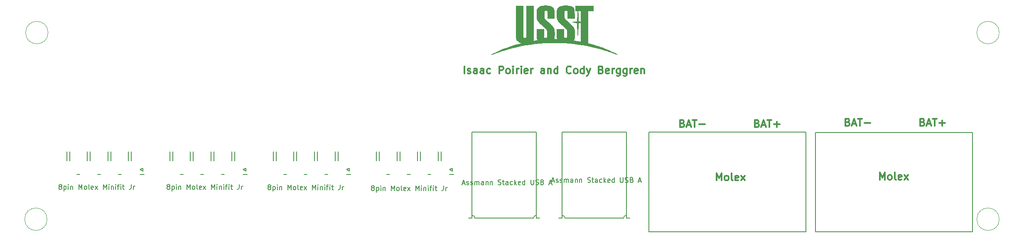
<source format=gbr>
G04 #@! TF.FileFunction,Legend,Top*
%FSLAX46Y46*%
G04 Gerber Fmt 4.6, Leading zero omitted, Abs format (unit mm)*
G04 Created by KiCad (PCBNEW 4.0.7) date 02/15/18 17:09:35*
%MOMM*%
%LPD*%
G01*
G04 APERTURE LIST*
%ADD10C,0.100000*%
%ADD11C,0.300000*%
%ADD12C,0.120000*%
%ADD13C,0.150000*%
%ADD14C,0.010000*%
G04 APERTURE END LIST*
D10*
D11*
X195703286Y-121876357D02*
X195917572Y-121947786D01*
X195989000Y-122019214D01*
X196060429Y-122162071D01*
X196060429Y-122376357D01*
X195989000Y-122519214D01*
X195917572Y-122590643D01*
X195774714Y-122662071D01*
X195203286Y-122662071D01*
X195203286Y-121162071D01*
X195703286Y-121162071D01*
X195846143Y-121233500D01*
X195917572Y-121304929D01*
X195989000Y-121447786D01*
X195989000Y-121590643D01*
X195917572Y-121733500D01*
X195846143Y-121804929D01*
X195703286Y-121876357D01*
X195203286Y-121876357D01*
X196631857Y-122233500D02*
X197346143Y-122233500D01*
X196489000Y-122662071D02*
X196989000Y-121162071D01*
X197489000Y-122662071D01*
X197774714Y-121162071D02*
X198631857Y-121162071D01*
X198203286Y-122662071D02*
X198203286Y-121162071D01*
X199131857Y-122090643D02*
X200274714Y-122090643D01*
X199703285Y-122662071D02*
X199703285Y-121519214D01*
X180463286Y-121876357D02*
X180677572Y-121947786D01*
X180749000Y-122019214D01*
X180820429Y-122162071D01*
X180820429Y-122376357D01*
X180749000Y-122519214D01*
X180677572Y-122590643D01*
X180534714Y-122662071D01*
X179963286Y-122662071D01*
X179963286Y-121162071D01*
X180463286Y-121162071D01*
X180606143Y-121233500D01*
X180677572Y-121304929D01*
X180749000Y-121447786D01*
X180749000Y-121590643D01*
X180677572Y-121733500D01*
X180606143Y-121804929D01*
X180463286Y-121876357D01*
X179963286Y-121876357D01*
X181391857Y-122233500D02*
X182106143Y-122233500D01*
X181249000Y-122662071D02*
X181749000Y-121162071D01*
X182249000Y-122662071D01*
X182534714Y-121162071D02*
X183391857Y-121162071D01*
X182963286Y-122662071D02*
X182963286Y-121162071D01*
X183891857Y-122090643D02*
X185034714Y-122090643D01*
X229421786Y-121622357D02*
X229636072Y-121693786D01*
X229707500Y-121765214D01*
X229778929Y-121908071D01*
X229778929Y-122122357D01*
X229707500Y-122265214D01*
X229636072Y-122336643D01*
X229493214Y-122408071D01*
X228921786Y-122408071D01*
X228921786Y-120908071D01*
X229421786Y-120908071D01*
X229564643Y-120979500D01*
X229636072Y-121050929D01*
X229707500Y-121193786D01*
X229707500Y-121336643D01*
X229636072Y-121479500D01*
X229564643Y-121550929D01*
X229421786Y-121622357D01*
X228921786Y-121622357D01*
X230350357Y-121979500D02*
X231064643Y-121979500D01*
X230207500Y-122408071D02*
X230707500Y-120908071D01*
X231207500Y-122408071D01*
X231493214Y-120908071D02*
X232350357Y-120908071D01*
X231921786Y-122408071D02*
X231921786Y-120908071D01*
X232850357Y-121836643D02*
X233993214Y-121836643D01*
X233421785Y-122408071D02*
X233421785Y-121265214D01*
X214181786Y-121622357D02*
X214396072Y-121693786D01*
X214467500Y-121765214D01*
X214538929Y-121908071D01*
X214538929Y-122122357D01*
X214467500Y-122265214D01*
X214396072Y-122336643D01*
X214253214Y-122408071D01*
X213681786Y-122408071D01*
X213681786Y-120908071D01*
X214181786Y-120908071D01*
X214324643Y-120979500D01*
X214396072Y-121050929D01*
X214467500Y-121193786D01*
X214467500Y-121336643D01*
X214396072Y-121479500D01*
X214324643Y-121550929D01*
X214181786Y-121622357D01*
X213681786Y-121622357D01*
X215110357Y-121979500D02*
X215824643Y-121979500D01*
X214967500Y-122408071D02*
X215467500Y-120908071D01*
X215967500Y-122408071D01*
X216253214Y-120908071D02*
X217110357Y-120908071D01*
X216681786Y-122408071D02*
X216681786Y-120908071D01*
X217610357Y-121836643D02*
X218753214Y-121836643D01*
X187424572Y-133520571D02*
X187424572Y-132020571D01*
X187924572Y-133092000D01*
X188424572Y-132020571D01*
X188424572Y-133520571D01*
X189353144Y-133520571D02*
X189210286Y-133449143D01*
X189138858Y-133377714D01*
X189067429Y-133234857D01*
X189067429Y-132806286D01*
X189138858Y-132663429D01*
X189210286Y-132592000D01*
X189353144Y-132520571D01*
X189567429Y-132520571D01*
X189710286Y-132592000D01*
X189781715Y-132663429D01*
X189853144Y-132806286D01*
X189853144Y-133234857D01*
X189781715Y-133377714D01*
X189710286Y-133449143D01*
X189567429Y-133520571D01*
X189353144Y-133520571D01*
X190710287Y-133520571D02*
X190567429Y-133449143D01*
X190496001Y-133306286D01*
X190496001Y-132020571D01*
X191853143Y-133449143D02*
X191710286Y-133520571D01*
X191424572Y-133520571D01*
X191281715Y-133449143D01*
X191210286Y-133306286D01*
X191210286Y-132734857D01*
X191281715Y-132592000D01*
X191424572Y-132520571D01*
X191710286Y-132520571D01*
X191853143Y-132592000D01*
X191924572Y-132734857D01*
X191924572Y-132877714D01*
X191210286Y-133020571D01*
X192424572Y-133520571D02*
X193210286Y-132520571D01*
X192424572Y-132520571D02*
X193210286Y-133520571D01*
X220698572Y-133393571D02*
X220698572Y-131893571D01*
X221198572Y-132965000D01*
X221698572Y-131893571D01*
X221698572Y-133393571D01*
X222627144Y-133393571D02*
X222484286Y-133322143D01*
X222412858Y-133250714D01*
X222341429Y-133107857D01*
X222341429Y-132679286D01*
X222412858Y-132536429D01*
X222484286Y-132465000D01*
X222627144Y-132393571D01*
X222841429Y-132393571D01*
X222984286Y-132465000D01*
X223055715Y-132536429D01*
X223127144Y-132679286D01*
X223127144Y-133107857D01*
X223055715Y-133250714D01*
X222984286Y-133322143D01*
X222841429Y-133393571D01*
X222627144Y-133393571D01*
X223984287Y-133393571D02*
X223841429Y-133322143D01*
X223770001Y-133179286D01*
X223770001Y-131893571D01*
X225127143Y-133322143D02*
X224984286Y-133393571D01*
X224698572Y-133393571D01*
X224555715Y-133322143D01*
X224484286Y-133179286D01*
X224484286Y-132607857D01*
X224555715Y-132465000D01*
X224698572Y-132393571D01*
X224984286Y-132393571D01*
X225127143Y-132465000D01*
X225198572Y-132607857D01*
X225198572Y-132750714D01*
X224484286Y-132893571D01*
X225698572Y-133393571D02*
X226484286Y-132393571D01*
X225698572Y-132393571D02*
X226484286Y-133393571D01*
X136047072Y-111740071D02*
X136047072Y-110240071D01*
X136689929Y-111668643D02*
X136832786Y-111740071D01*
X137118501Y-111740071D01*
X137261358Y-111668643D01*
X137332786Y-111525786D01*
X137332786Y-111454357D01*
X137261358Y-111311500D01*
X137118501Y-111240071D01*
X136904215Y-111240071D01*
X136761358Y-111168643D01*
X136689929Y-111025786D01*
X136689929Y-110954357D01*
X136761358Y-110811500D01*
X136904215Y-110740071D01*
X137118501Y-110740071D01*
X137261358Y-110811500D01*
X138618501Y-111740071D02*
X138618501Y-110954357D01*
X138547072Y-110811500D01*
X138404215Y-110740071D01*
X138118501Y-110740071D01*
X137975644Y-110811500D01*
X138618501Y-111668643D02*
X138475644Y-111740071D01*
X138118501Y-111740071D01*
X137975644Y-111668643D01*
X137904215Y-111525786D01*
X137904215Y-111382929D01*
X137975644Y-111240071D01*
X138118501Y-111168643D01*
X138475644Y-111168643D01*
X138618501Y-111097214D01*
X139975644Y-111740071D02*
X139975644Y-110954357D01*
X139904215Y-110811500D01*
X139761358Y-110740071D01*
X139475644Y-110740071D01*
X139332787Y-110811500D01*
X139975644Y-111668643D02*
X139832787Y-111740071D01*
X139475644Y-111740071D01*
X139332787Y-111668643D01*
X139261358Y-111525786D01*
X139261358Y-111382929D01*
X139332787Y-111240071D01*
X139475644Y-111168643D01*
X139832787Y-111168643D01*
X139975644Y-111097214D01*
X141332787Y-111668643D02*
X141189930Y-111740071D01*
X140904216Y-111740071D01*
X140761358Y-111668643D01*
X140689930Y-111597214D01*
X140618501Y-111454357D01*
X140618501Y-111025786D01*
X140689930Y-110882929D01*
X140761358Y-110811500D01*
X140904216Y-110740071D01*
X141189930Y-110740071D01*
X141332787Y-110811500D01*
X143118501Y-111740071D02*
X143118501Y-110240071D01*
X143689929Y-110240071D01*
X143832787Y-110311500D01*
X143904215Y-110382929D01*
X143975644Y-110525786D01*
X143975644Y-110740071D01*
X143904215Y-110882929D01*
X143832787Y-110954357D01*
X143689929Y-111025786D01*
X143118501Y-111025786D01*
X144832787Y-111740071D02*
X144689929Y-111668643D01*
X144618501Y-111597214D01*
X144547072Y-111454357D01*
X144547072Y-111025786D01*
X144618501Y-110882929D01*
X144689929Y-110811500D01*
X144832787Y-110740071D01*
X145047072Y-110740071D01*
X145189929Y-110811500D01*
X145261358Y-110882929D01*
X145332787Y-111025786D01*
X145332787Y-111454357D01*
X145261358Y-111597214D01*
X145189929Y-111668643D01*
X145047072Y-111740071D01*
X144832787Y-111740071D01*
X145975644Y-111740071D02*
X145975644Y-110740071D01*
X145975644Y-110240071D02*
X145904215Y-110311500D01*
X145975644Y-110382929D01*
X146047072Y-110311500D01*
X145975644Y-110240071D01*
X145975644Y-110382929D01*
X146689930Y-111740071D02*
X146689930Y-110740071D01*
X146689930Y-111025786D02*
X146761358Y-110882929D01*
X146832787Y-110811500D01*
X146975644Y-110740071D01*
X147118501Y-110740071D01*
X147618501Y-111740071D02*
X147618501Y-110740071D01*
X147618501Y-110240071D02*
X147547072Y-110311500D01*
X147618501Y-110382929D01*
X147689929Y-110311500D01*
X147618501Y-110240071D01*
X147618501Y-110382929D01*
X148904215Y-111668643D02*
X148761358Y-111740071D01*
X148475644Y-111740071D01*
X148332787Y-111668643D01*
X148261358Y-111525786D01*
X148261358Y-110954357D01*
X148332787Y-110811500D01*
X148475644Y-110740071D01*
X148761358Y-110740071D01*
X148904215Y-110811500D01*
X148975644Y-110954357D01*
X148975644Y-111097214D01*
X148261358Y-111240071D01*
X149618501Y-111740071D02*
X149618501Y-110740071D01*
X149618501Y-111025786D02*
X149689929Y-110882929D01*
X149761358Y-110811500D01*
X149904215Y-110740071D01*
X150047072Y-110740071D01*
X152332786Y-111740071D02*
X152332786Y-110954357D01*
X152261357Y-110811500D01*
X152118500Y-110740071D01*
X151832786Y-110740071D01*
X151689929Y-110811500D01*
X152332786Y-111668643D02*
X152189929Y-111740071D01*
X151832786Y-111740071D01*
X151689929Y-111668643D01*
X151618500Y-111525786D01*
X151618500Y-111382929D01*
X151689929Y-111240071D01*
X151832786Y-111168643D01*
X152189929Y-111168643D01*
X152332786Y-111097214D01*
X153047072Y-110740071D02*
X153047072Y-111740071D01*
X153047072Y-110882929D02*
X153118500Y-110811500D01*
X153261358Y-110740071D01*
X153475643Y-110740071D01*
X153618500Y-110811500D01*
X153689929Y-110954357D01*
X153689929Y-111740071D01*
X155047072Y-111740071D02*
X155047072Y-110240071D01*
X155047072Y-111668643D02*
X154904215Y-111740071D01*
X154618501Y-111740071D01*
X154475643Y-111668643D01*
X154404215Y-111597214D01*
X154332786Y-111454357D01*
X154332786Y-111025786D01*
X154404215Y-110882929D01*
X154475643Y-110811500D01*
X154618501Y-110740071D01*
X154904215Y-110740071D01*
X155047072Y-110811500D01*
X157761358Y-111597214D02*
X157689929Y-111668643D01*
X157475643Y-111740071D01*
X157332786Y-111740071D01*
X157118501Y-111668643D01*
X156975643Y-111525786D01*
X156904215Y-111382929D01*
X156832786Y-111097214D01*
X156832786Y-110882929D01*
X156904215Y-110597214D01*
X156975643Y-110454357D01*
X157118501Y-110311500D01*
X157332786Y-110240071D01*
X157475643Y-110240071D01*
X157689929Y-110311500D01*
X157761358Y-110382929D01*
X158618501Y-111740071D02*
X158475643Y-111668643D01*
X158404215Y-111597214D01*
X158332786Y-111454357D01*
X158332786Y-111025786D01*
X158404215Y-110882929D01*
X158475643Y-110811500D01*
X158618501Y-110740071D01*
X158832786Y-110740071D01*
X158975643Y-110811500D01*
X159047072Y-110882929D01*
X159118501Y-111025786D01*
X159118501Y-111454357D01*
X159047072Y-111597214D01*
X158975643Y-111668643D01*
X158832786Y-111740071D01*
X158618501Y-111740071D01*
X160404215Y-111740071D02*
X160404215Y-110240071D01*
X160404215Y-111668643D02*
X160261358Y-111740071D01*
X159975644Y-111740071D01*
X159832786Y-111668643D01*
X159761358Y-111597214D01*
X159689929Y-111454357D01*
X159689929Y-111025786D01*
X159761358Y-110882929D01*
X159832786Y-110811500D01*
X159975644Y-110740071D01*
X160261358Y-110740071D01*
X160404215Y-110811500D01*
X160975644Y-110740071D02*
X161332787Y-111740071D01*
X161689929Y-110740071D02*
X161332787Y-111740071D01*
X161189929Y-112097214D01*
X161118501Y-112168643D01*
X160975644Y-112240071D01*
X163904215Y-110954357D02*
X164118501Y-111025786D01*
X164189929Y-111097214D01*
X164261358Y-111240071D01*
X164261358Y-111454357D01*
X164189929Y-111597214D01*
X164118501Y-111668643D01*
X163975643Y-111740071D01*
X163404215Y-111740071D01*
X163404215Y-110240071D01*
X163904215Y-110240071D01*
X164047072Y-110311500D01*
X164118501Y-110382929D01*
X164189929Y-110525786D01*
X164189929Y-110668643D01*
X164118501Y-110811500D01*
X164047072Y-110882929D01*
X163904215Y-110954357D01*
X163404215Y-110954357D01*
X165475643Y-111668643D02*
X165332786Y-111740071D01*
X165047072Y-111740071D01*
X164904215Y-111668643D01*
X164832786Y-111525786D01*
X164832786Y-110954357D01*
X164904215Y-110811500D01*
X165047072Y-110740071D01*
X165332786Y-110740071D01*
X165475643Y-110811500D01*
X165547072Y-110954357D01*
X165547072Y-111097214D01*
X164832786Y-111240071D01*
X166189929Y-111740071D02*
X166189929Y-110740071D01*
X166189929Y-111025786D02*
X166261357Y-110882929D01*
X166332786Y-110811500D01*
X166475643Y-110740071D01*
X166618500Y-110740071D01*
X167761357Y-110740071D02*
X167761357Y-111954357D01*
X167689928Y-112097214D01*
X167618500Y-112168643D01*
X167475643Y-112240071D01*
X167261357Y-112240071D01*
X167118500Y-112168643D01*
X167761357Y-111668643D02*
X167618500Y-111740071D01*
X167332786Y-111740071D01*
X167189928Y-111668643D01*
X167118500Y-111597214D01*
X167047071Y-111454357D01*
X167047071Y-111025786D01*
X167118500Y-110882929D01*
X167189928Y-110811500D01*
X167332786Y-110740071D01*
X167618500Y-110740071D01*
X167761357Y-110811500D01*
X169118500Y-110740071D02*
X169118500Y-111954357D01*
X169047071Y-112097214D01*
X168975643Y-112168643D01*
X168832786Y-112240071D01*
X168618500Y-112240071D01*
X168475643Y-112168643D01*
X169118500Y-111668643D02*
X168975643Y-111740071D01*
X168689929Y-111740071D01*
X168547071Y-111668643D01*
X168475643Y-111597214D01*
X168404214Y-111454357D01*
X168404214Y-111025786D01*
X168475643Y-110882929D01*
X168547071Y-110811500D01*
X168689929Y-110740071D01*
X168975643Y-110740071D01*
X169118500Y-110811500D01*
X169832786Y-111740071D02*
X169832786Y-110740071D01*
X169832786Y-111025786D02*
X169904214Y-110882929D01*
X169975643Y-110811500D01*
X170118500Y-110740071D01*
X170261357Y-110740071D01*
X171332785Y-111668643D02*
X171189928Y-111740071D01*
X170904214Y-111740071D01*
X170761357Y-111668643D01*
X170689928Y-111525786D01*
X170689928Y-110954357D01*
X170761357Y-110811500D01*
X170904214Y-110740071D01*
X171189928Y-110740071D01*
X171332785Y-110811500D01*
X171404214Y-110954357D01*
X171404214Y-111097214D01*
X170689928Y-111240071D01*
X172047071Y-110740071D02*
X172047071Y-111740071D01*
X172047071Y-110882929D02*
X172118499Y-110811500D01*
X172261357Y-110740071D01*
X172475642Y-110740071D01*
X172618499Y-110811500D01*
X172689928Y-110954357D01*
X172689928Y-111740071D01*
D12*
X51181000Y-103378000D02*
G75*
G03X51181000Y-103378000I-2286000J0D01*
G01*
X50990500Y-141414500D02*
G75*
G03X50990500Y-141414500I-2286000J0D01*
G01*
D13*
X169046000Y-130899000D02*
X169046000Y-123699000D01*
X169046000Y-123699000D02*
X155946000Y-123699000D01*
X155946000Y-123699000D02*
X155946000Y-130899000D01*
X168466000Y-141199000D02*
X156526000Y-141199000D01*
X169046000Y-140619000D02*
G75*
G03X168466000Y-141199000I0J-580000D01*
G01*
X169046000Y-141199000D02*
X169736000Y-141199000D01*
X169046000Y-141199000D02*
X169046000Y-130899000D01*
X156526000Y-141199000D02*
G75*
G03X155946000Y-140619000I-580000J0D01*
G01*
X155946000Y-141199000D02*
X155256000Y-141199000D01*
X155946000Y-130899000D02*
X155946000Y-141199000D01*
X150694500Y-130899000D02*
X150694500Y-123699000D01*
X150694500Y-123699000D02*
X137594500Y-123699000D01*
X137594500Y-123699000D02*
X137594500Y-130899000D01*
X150114500Y-141199000D02*
X138174500Y-141199000D01*
X150694500Y-140619000D02*
G75*
G03X150114500Y-141199000I0J-580000D01*
G01*
X150694500Y-141199000D02*
X151384500Y-141199000D01*
X150694500Y-141199000D02*
X150694500Y-130899000D01*
X138174500Y-141199000D02*
G75*
G03X137594500Y-140619000I-580000J0D01*
G01*
X137594500Y-141199000D02*
X136904500Y-141199000D01*
X137594500Y-130899000D02*
X137594500Y-141199000D01*
X239583500Y-144018000D02*
X239583500Y-123718000D01*
X239583500Y-123718000D02*
X207583500Y-123718000D01*
X207583500Y-144018000D02*
X207583500Y-123718000D01*
X239583500Y-144018000D02*
X207583500Y-144018000D01*
X205642750Y-143986250D02*
X205642750Y-123686250D01*
X205642750Y-123686250D02*
X173642750Y-123686250D01*
X173642750Y-143986250D02*
X173642750Y-123686250D01*
X205642750Y-143986250D02*
X173642750Y-143986250D01*
X69881500Y-132268000D02*
X70731500Y-132268000D01*
X68181500Y-129518000D02*
X68181500Y-127618000D01*
X67581500Y-129518000D02*
X67581500Y-127618000D01*
X63981500Y-129518000D02*
X63981500Y-127618000D01*
X63381500Y-129518000D02*
X63381500Y-127618000D01*
X59781500Y-129518000D02*
X59781500Y-127618000D01*
X59181500Y-129518000D02*
X59181500Y-127618000D01*
X55581500Y-129518000D02*
X55581500Y-127618000D01*
X54981500Y-129518000D02*
X54981500Y-127618000D01*
X66081500Y-132318000D02*
X65481500Y-132318000D01*
X61881500Y-132318000D02*
X61281500Y-132318000D01*
X57681500Y-132318000D02*
X57081500Y-132318000D01*
X69881500Y-131318000D02*
X70481500Y-131018000D01*
X70481500Y-131018000D02*
X70481500Y-131618000D01*
X70481500Y-131618000D02*
X69881500Y-131318000D01*
X90900000Y-132268000D02*
X91750000Y-132268000D01*
X89200000Y-129518000D02*
X89200000Y-127618000D01*
X88600000Y-129518000D02*
X88600000Y-127618000D01*
X85000000Y-129518000D02*
X85000000Y-127618000D01*
X84400000Y-129518000D02*
X84400000Y-127618000D01*
X80800000Y-129518000D02*
X80800000Y-127618000D01*
X80200000Y-129518000D02*
X80200000Y-127618000D01*
X76600000Y-129518000D02*
X76600000Y-127618000D01*
X76000000Y-129518000D02*
X76000000Y-127618000D01*
X87100000Y-132318000D02*
X86500000Y-132318000D01*
X82900000Y-132318000D02*
X82300000Y-132318000D01*
X78700000Y-132318000D02*
X78100000Y-132318000D01*
X90900000Y-131318000D02*
X91500000Y-131018000D01*
X91500000Y-131018000D02*
X91500000Y-131618000D01*
X91500000Y-131618000D02*
X90900000Y-131318000D01*
X133000500Y-132268000D02*
X133850500Y-132268000D01*
X131300500Y-129518000D02*
X131300500Y-127618000D01*
X130700500Y-129518000D02*
X130700500Y-127618000D01*
X127100500Y-129518000D02*
X127100500Y-127618000D01*
X126500500Y-129518000D02*
X126500500Y-127618000D01*
X122900500Y-129518000D02*
X122900500Y-127618000D01*
X122300500Y-129518000D02*
X122300500Y-127618000D01*
X118700500Y-129518000D02*
X118700500Y-127618000D01*
X118100500Y-129518000D02*
X118100500Y-127618000D01*
X129200500Y-132318000D02*
X128600500Y-132318000D01*
X125000500Y-132318000D02*
X124400500Y-132318000D01*
X120800500Y-132318000D02*
X120200500Y-132318000D01*
X133000500Y-131318000D02*
X133600500Y-131018000D01*
X133600500Y-131018000D02*
X133600500Y-131618000D01*
X133600500Y-131618000D02*
X133000500Y-131318000D01*
X111982000Y-132268000D02*
X112832000Y-132268000D01*
X110282000Y-129518000D02*
X110282000Y-127618000D01*
X109682000Y-129518000D02*
X109682000Y-127618000D01*
X106082000Y-129518000D02*
X106082000Y-127618000D01*
X105482000Y-129518000D02*
X105482000Y-127618000D01*
X101882000Y-129518000D02*
X101882000Y-127618000D01*
X101282000Y-129518000D02*
X101282000Y-127618000D01*
X97682000Y-129518000D02*
X97682000Y-127618000D01*
X97082000Y-129518000D02*
X97082000Y-127618000D01*
X108182000Y-132318000D02*
X107582000Y-132318000D01*
X103982000Y-132318000D02*
X103382000Y-132318000D01*
X99782000Y-132318000D02*
X99182000Y-132318000D01*
X111982000Y-131318000D02*
X112582000Y-131018000D01*
X112582000Y-131018000D02*
X112582000Y-131618000D01*
X112582000Y-131618000D02*
X111982000Y-131318000D01*
D14*
G36*
X152688361Y-97869918D02*
X152837738Y-97874198D01*
X152966697Y-97880541D01*
X153080175Y-97889496D01*
X153183109Y-97901610D01*
X153280434Y-97917430D01*
X153377088Y-97937503D01*
X153444573Y-97953767D01*
X153622838Y-98008100D01*
X153779829Y-98075876D01*
X153916083Y-98157518D01*
X154032134Y-98253452D01*
X154128519Y-98364101D01*
X154205774Y-98489890D01*
X154250361Y-98591419D01*
X154265893Y-98633898D01*
X154279278Y-98674099D01*
X154290676Y-98714224D01*
X154300244Y-98756476D01*
X154308143Y-98803054D01*
X154314531Y-98856161D01*
X154319567Y-98917997D01*
X154323411Y-98990765D01*
X154326222Y-99076665D01*
X154328158Y-99177900D01*
X154329379Y-99296669D01*
X154330044Y-99435176D01*
X154330312Y-99595621D01*
X154330348Y-99698175D01*
X154330400Y-100457000D01*
X152958800Y-100457000D01*
X152958800Y-99748490D01*
X152958799Y-99039981D01*
X152930225Y-98983315D01*
X152890436Y-98932127D01*
X152830239Y-98894129D01*
X152751191Y-98869759D01*
X152654849Y-98859451D01*
X152542771Y-98863644D01*
X152514322Y-98866780D01*
X152434894Y-98879974D01*
X152375849Y-98898632D01*
X152332365Y-98925068D01*
X152299621Y-98961594D01*
X152292050Y-98973397D01*
X152286337Y-98983702D01*
X152281552Y-98995497D01*
X152277611Y-99010986D01*
X152274433Y-99032372D01*
X152271936Y-99061857D01*
X152270039Y-99101644D01*
X152268658Y-99153936D01*
X152267713Y-99220936D01*
X152267122Y-99304846D01*
X152266802Y-99407870D01*
X152266672Y-99532211D01*
X152266650Y-99656900D01*
X152266686Y-99809291D01*
X152266956Y-99938619D01*
X152267699Y-100047217D01*
X152269154Y-100137423D01*
X152271559Y-100211571D01*
X152275155Y-100271997D01*
X152280181Y-100321037D01*
X152286876Y-100361027D01*
X152295480Y-100394302D01*
X152306230Y-100423197D01*
X152319368Y-100450049D01*
X152335132Y-100477193D01*
X152353739Y-100506929D01*
X152376239Y-100541249D01*
X152400424Y-100575081D01*
X152427767Y-100609845D01*
X152459742Y-100646959D01*
X152497821Y-100687845D01*
X152543479Y-100733922D01*
X152598187Y-100786609D01*
X152663420Y-100847328D01*
X152740651Y-100917496D01*
X152831353Y-100998534D01*
X152936998Y-101091863D01*
X153059061Y-101198901D01*
X153193750Y-101316479D01*
X153365395Y-101467852D01*
X153517700Y-101606087D01*
X153652064Y-101732711D01*
X153769885Y-101849250D01*
X153872561Y-101957232D01*
X153961491Y-102058184D01*
X154038073Y-102153633D01*
X154103706Y-102245107D01*
X154159789Y-102334131D01*
X154207719Y-102422233D01*
X154209356Y-102425500D01*
X154243927Y-102498424D01*
X154273837Y-102570705D01*
X154299366Y-102644659D01*
X154320796Y-102722600D01*
X154338407Y-102806842D01*
X154352478Y-102899702D01*
X154363291Y-103003493D01*
X154371126Y-103120531D01*
X154376263Y-103253130D01*
X154378984Y-103403606D01*
X154379567Y-103574273D01*
X154378295Y-103767445D01*
X154377768Y-103815462D01*
X154375753Y-103965539D01*
X154373349Y-104093028D01*
X154370331Y-104200744D01*
X154366476Y-104291500D01*
X154361558Y-104368108D01*
X154355353Y-104433381D01*
X154347638Y-104490132D01*
X154338187Y-104541175D01*
X154326778Y-104589322D01*
X154313184Y-104637385D01*
X154311893Y-104641650D01*
X154300905Y-104679378D01*
X154293843Y-104706724D01*
X154292437Y-104714675D01*
X154304544Y-104717227D01*
X154338722Y-104719520D01*
X154391643Y-104721460D01*
X154459978Y-104722950D01*
X154540400Y-104723895D01*
X154623355Y-104724200D01*
X154723612Y-104724104D01*
X154801252Y-104723690D01*
X154859056Y-104722767D01*
X154899809Y-104721144D01*
X154926291Y-104718630D01*
X154941286Y-104715034D01*
X154947577Y-104710166D01*
X154947944Y-104703834D01*
X154947429Y-104701975D01*
X154923548Y-104615744D01*
X154901601Y-104518118D01*
X154884297Y-104422050D01*
X154876355Y-104362250D01*
X154874203Y-104329237D01*
X154872166Y-104273387D01*
X154870278Y-104197262D01*
X154868575Y-104103426D01*
X154867090Y-103994441D01*
X154865858Y-103872869D01*
X154864914Y-103741274D01*
X154864291Y-103602217D01*
X154864025Y-103458263D01*
X154864020Y-103444675D01*
X154863800Y-102641400D01*
X156298367Y-102641400D01*
X156301808Y-103476425D01*
X156302425Y-103647190D01*
X156302930Y-103794411D01*
X156303566Y-103919940D01*
X156304580Y-104025630D01*
X156306215Y-104113335D01*
X156308716Y-104184907D01*
X156312327Y-104242199D01*
X156317295Y-104287065D01*
X156323862Y-104321356D01*
X156332274Y-104346926D01*
X156342776Y-104365629D01*
X156355612Y-104379316D01*
X156371027Y-104389841D01*
X156389266Y-104399056D01*
X156410572Y-104408816D01*
X156425900Y-104416187D01*
X156458669Y-104431547D01*
X156488106Y-104441624D01*
X156520987Y-104447515D01*
X156564089Y-104450317D01*
X156624188Y-104451129D01*
X156641800Y-104451150D01*
X156732816Y-104448517D01*
X156803920Y-104439634D01*
X156860145Y-104423021D01*
X156906528Y-104397201D01*
X156947435Y-104361381D01*
X156991050Y-104316377D01*
X156991050Y-102977950D01*
X156945534Y-102882700D01*
X156919822Y-102832737D01*
X156890052Y-102783018D01*
X156854763Y-102732045D01*
X156812491Y-102678324D01*
X156761773Y-102620357D01*
X156701146Y-102556648D01*
X156629147Y-102485702D01*
X156544313Y-102406022D01*
X156445181Y-102316112D01*
X156330288Y-102214476D01*
X156198172Y-102099618D01*
X156082721Y-102000314D01*
X155907788Y-101848659D01*
X155752653Y-101710442D01*
X155616245Y-101584620D01*
X155497493Y-101470152D01*
X155395328Y-101365993D01*
X155308679Y-101271102D01*
X155236475Y-101184436D01*
X155210900Y-101151174D01*
X155135021Y-101041769D01*
X155064119Y-100924135D01*
X155002173Y-100805585D01*
X154953159Y-100693434D01*
X154935859Y-100645430D01*
X154922681Y-100604359D01*
X154911386Y-100565138D01*
X154901831Y-100525498D01*
X154893872Y-100483168D01*
X154887368Y-100435878D01*
X154882176Y-100381356D01*
X154878153Y-100317334D01*
X154875156Y-100241539D01*
X154873044Y-100151703D01*
X154871673Y-100045554D01*
X154870901Y-99920823D01*
X154870586Y-99775238D01*
X154870584Y-99606529D01*
X154870584Y-99606100D01*
X154871018Y-98875850D01*
X154904693Y-98752357D01*
X154958950Y-98596598D01*
X155032536Y-98457089D01*
X155125885Y-98333299D01*
X155239429Y-98224701D01*
X155373604Y-98130764D01*
X155448000Y-98089419D01*
X155541213Y-98045242D01*
X155638762Y-98007065D01*
X155744812Y-97973729D01*
X155863526Y-97944075D01*
X155999067Y-97916944D01*
X156155599Y-97891177D01*
X156165550Y-97889679D01*
X156227358Y-97882976D01*
X156310043Y-97877802D01*
X156409130Y-97874128D01*
X156520143Y-97871931D01*
X156638605Y-97871183D01*
X156760042Y-97871858D01*
X156879978Y-97873931D01*
X156993938Y-97877375D01*
X157097446Y-97882164D01*
X157186025Y-97888273D01*
X157255202Y-97895675D01*
X157257750Y-97896033D01*
X157466136Y-97932870D01*
X157652329Y-97981160D01*
X157817014Y-98041321D01*
X157960877Y-98113772D01*
X158084604Y-98198935D01*
X158188880Y-98297227D01*
X158274390Y-98409069D01*
X158341821Y-98534880D01*
X158355649Y-98567849D01*
X158371315Y-98607473D01*
X158384825Y-98643470D01*
X158396352Y-98678003D01*
X158406068Y-98713236D01*
X158414143Y-98751335D01*
X158420750Y-98794463D01*
X158426060Y-98844785D01*
X158430245Y-98904465D01*
X158433477Y-98975667D01*
X158435927Y-99060555D01*
X158437767Y-99161293D01*
X158439169Y-99280047D01*
X158440305Y-99418980D01*
X158441345Y-99580256D01*
X158441786Y-99653724D01*
X158446587Y-100456999D01*
X157760093Y-100456999D01*
X157073600Y-100457000D01*
X157073600Y-99749809D01*
X157073575Y-99597786D01*
X157073451Y-99469043D01*
X157073157Y-99361458D01*
X157072617Y-99272913D01*
X157071759Y-99201285D01*
X157070509Y-99144455D01*
X157068795Y-99100302D01*
X157066543Y-99066706D01*
X157063680Y-99041546D01*
X157060133Y-99022701D01*
X157055828Y-99008052D01*
X157050693Y-98995478D01*
X157047298Y-98988288D01*
X157017198Y-98941906D01*
X156975803Y-98908243D01*
X156918637Y-98884741D01*
X156841223Y-98868840D01*
X156837370Y-98868287D01*
X156719925Y-98859299D01*
X156613102Y-98866394D01*
X156521110Y-98889188D01*
X156496139Y-98899437D01*
X156471699Y-98910367D01*
X156450994Y-98920355D01*
X156433717Y-98931479D01*
X156419558Y-98945814D01*
X156408207Y-98965437D01*
X156399357Y-98992423D01*
X156392697Y-99028849D01*
X156387918Y-99076790D01*
X156384711Y-99138324D01*
X156382767Y-99215525D01*
X156381777Y-99310471D01*
X156381432Y-99425237D01*
X156381422Y-99561899D01*
X156381450Y-99669600D01*
X156381467Y-99815175D01*
X156381580Y-99937618D01*
X156381878Y-100039199D01*
X156382453Y-100122185D01*
X156383394Y-100188845D01*
X156384793Y-100241448D01*
X156386739Y-100282263D01*
X156389323Y-100313557D01*
X156392635Y-100337599D01*
X156396767Y-100356658D01*
X156401808Y-100373003D01*
X156407848Y-100388901D01*
X156410383Y-100395193D01*
X156432506Y-100441500D01*
X156463761Y-100496660D01*
X156497739Y-100549436D01*
X156500894Y-100553943D01*
X156521158Y-100582239D01*
X156541250Y-100609044D01*
X156562546Y-100635645D01*
X156586426Y-100663332D01*
X156614269Y-100693395D01*
X156647453Y-100727123D01*
X156687357Y-100765805D01*
X156735360Y-100810730D01*
X156792840Y-100863188D01*
X156861177Y-100924467D01*
X156941748Y-100995858D01*
X157035932Y-101078650D01*
X157145109Y-101174131D01*
X157270656Y-101283591D01*
X157413953Y-101408319D01*
X157422144Y-101415445D01*
X157496831Y-101481800D01*
X157582303Y-101559992D01*
X157671690Y-101643595D01*
X157758125Y-101726184D01*
X157834738Y-101801333D01*
X157836202Y-101802795D01*
X157976931Y-101949061D01*
X158096701Y-102086502D01*
X158197140Y-102217908D01*
X158279876Y-102346070D01*
X158346540Y-102473779D01*
X158398759Y-102603826D01*
X158438163Y-102739001D01*
X158466380Y-102882096D01*
X158466474Y-102882700D01*
X158471800Y-102919645D01*
X158476248Y-102958106D01*
X158479897Y-103000679D01*
X158482822Y-103049960D01*
X158485100Y-103108544D01*
X158486808Y-103179028D01*
X158488021Y-103264005D01*
X158488816Y-103366073D01*
X158489270Y-103487827D01*
X158489458Y-103631863D01*
X158489471Y-103663750D01*
X158489325Y-103827900D01*
X158488679Y-103969079D01*
X158487369Y-104089711D01*
X158485232Y-104192223D01*
X158482105Y-104279041D01*
X158477825Y-104352589D01*
X158472228Y-104415295D01*
X158465151Y-104469583D01*
X158456431Y-104517880D01*
X158445904Y-104562611D01*
X158433408Y-104606202D01*
X158424078Y-104635300D01*
X158374204Y-104757959D01*
X158304516Y-104882596D01*
X158276683Y-104925117D01*
X158256622Y-104956500D01*
X158245105Y-104977988D01*
X158243950Y-104983537D01*
X158257235Y-104986239D01*
X158292113Y-104991889D01*
X158345019Y-104999950D01*
X158412389Y-105009885D01*
X158490655Y-105021156D01*
X158540450Y-105028209D01*
X158628659Y-105041103D01*
X158735744Y-105057525D01*
X158855584Y-105076492D01*
X158982058Y-105097017D01*
X159109045Y-105118117D01*
X159230425Y-105138806D01*
X159262704Y-105144414D01*
X159364549Y-105162105D01*
X159458800Y-105178312D01*
X159542444Y-105192529D01*
X159612470Y-105204251D01*
X159665864Y-105212973D01*
X159699615Y-105218189D01*
X159710379Y-105219500D01*
X159712761Y-105216482D01*
X159714925Y-105206689D01*
X159716879Y-105189015D01*
X159718635Y-105162350D01*
X159720201Y-105125588D01*
X159721588Y-105077620D01*
X159722806Y-105017339D01*
X159723865Y-104943637D01*
X159724775Y-104855407D01*
X159725545Y-104751540D01*
X159726186Y-104630929D01*
X159726709Y-104492466D01*
X159727122Y-104335043D01*
X159727435Y-104157553D01*
X159727660Y-103958888D01*
X159727805Y-103737939D01*
X159727882Y-103493601D01*
X159727900Y-103276717D01*
X159727899Y-101333935D01*
X159692975Y-101339555D01*
X159668123Y-101342980D01*
X159623579Y-101348571D01*
X159564892Y-101355651D01*
X159497610Y-101363544D01*
X159470929Y-101366617D01*
X159283808Y-101388059D01*
X159277519Y-101427354D01*
X159275703Y-101446488D01*
X159272533Y-101488785D01*
X159268150Y-101552054D01*
X159262695Y-101634103D01*
X159256309Y-101732739D01*
X159249133Y-101845769D01*
X159241309Y-101971003D01*
X159232977Y-102106248D01*
X159224280Y-102249311D01*
X159219789Y-102323900D01*
X159204213Y-102581873D01*
X159189923Y-102815156D01*
X159176872Y-103024423D01*
X159165012Y-103210350D01*
X159154296Y-103373610D01*
X159144676Y-103514880D01*
X159136104Y-103634833D01*
X159128533Y-103734144D01*
X159121916Y-103813489D01*
X159116206Y-103873541D01*
X159111354Y-103914975D01*
X159107313Y-103938467D01*
X159105845Y-103943150D01*
X159098920Y-103953514D01*
X159095146Y-103943182D01*
X159093636Y-103911400D01*
X159092543Y-103879102D01*
X159090169Y-103827288D01*
X159086806Y-103761791D01*
X159082750Y-103688446D01*
X159080201Y-103644700D01*
X159076995Y-103587270D01*
X159072724Y-103505005D01*
X159067412Y-103398448D01*
X159061086Y-103268140D01*
X159053770Y-103114623D01*
X159045490Y-102938439D01*
X159036271Y-102740129D01*
X159026138Y-102520237D01*
X159015118Y-102279302D01*
X159003235Y-102017869D01*
X158990515Y-101736477D01*
X158983183Y-101573667D01*
X158974858Y-101388584D01*
X158490954Y-101308106D01*
X158383123Y-101290007D01*
X158283160Y-101272911D01*
X158193839Y-101257315D01*
X158117932Y-101243718D01*
X158058210Y-101232618D01*
X158017448Y-101224512D01*
X157998417Y-101219900D01*
X157997455Y-101219434D01*
X158006598Y-101215489D01*
X158038383Y-101209091D01*
X158090209Y-101200595D01*
X158159475Y-101190353D01*
X158243577Y-101178720D01*
X158339915Y-101166049D01*
X158445886Y-101152693D01*
X158558888Y-101139005D01*
X158676321Y-101125340D01*
X158754895Y-101116516D01*
X158825813Y-101108393D01*
X158887498Y-101100801D01*
X158935702Y-101094305D01*
X158966180Y-101089471D01*
X158974904Y-101087228D01*
X158976732Y-101073830D01*
X158979848Y-101037522D01*
X158984089Y-100980756D01*
X158989287Y-100905981D01*
X158995279Y-100815647D01*
X159001897Y-100712204D01*
X159008977Y-100598101D01*
X159016353Y-100475788D01*
X159017392Y-100458283D01*
X159025841Y-100316259D01*
X159034813Y-100166574D01*
X159043999Y-100014279D01*
X159053093Y-99864428D01*
X159061787Y-99722074D01*
X159069775Y-99592268D01*
X159076750Y-99480063D01*
X159079958Y-99429025D01*
X159086258Y-99327915D01*
X159091997Y-99233153D01*
X159096977Y-99148197D01*
X159101003Y-99076505D01*
X159103877Y-99021536D01*
X159105403Y-98986747D01*
X159105600Y-98978074D01*
X159105600Y-98933000D01*
X159190569Y-98933000D01*
X159198866Y-99158425D01*
X159202788Y-99261501D01*
X159207496Y-99379365D01*
X159212858Y-99509147D01*
X159218744Y-99647980D01*
X159225023Y-99792996D01*
X159231563Y-99941325D01*
X159238235Y-100090101D01*
X159244907Y-100236454D01*
X159251450Y-100377516D01*
X159257731Y-100510420D01*
X159263620Y-100632296D01*
X159268987Y-100740278D01*
X159273700Y-100831496D01*
X159277629Y-100903082D01*
X159280644Y-100952168D01*
X159280653Y-100952300D01*
X159289750Y-101085650D01*
X159480250Y-101119245D01*
X159548926Y-101131119D01*
X159610551Y-101141334D01*
X159659937Y-101149063D01*
X159691899Y-101153479D01*
X159699325Y-101154170D01*
X159727900Y-101155500D01*
X159727900Y-98933000D01*
X159190569Y-98933000D01*
X159105600Y-98933000D01*
X158635700Y-98933000D01*
X158635700Y-97942400D01*
X162306000Y-97942400D01*
X162306000Y-98932724D01*
X161232850Y-98939350D01*
X161226452Y-105561408D01*
X161274101Y-105573879D01*
X161308931Y-105582859D01*
X161359026Y-105595608D01*
X161415007Y-105609743D01*
X161429700Y-105613433D01*
X161770391Y-105702528D01*
X162128747Y-105803077D01*
X162500522Y-105913683D01*
X162881470Y-106032948D01*
X163267347Y-106159478D01*
X163653906Y-106291874D01*
X164036903Y-106428741D01*
X164412093Y-106568681D01*
X164775230Y-106710297D01*
X164828711Y-106731724D01*
X165039054Y-106817577D01*
X165258266Y-106909433D01*
X165483047Y-107005790D01*
X165710095Y-107105148D01*
X165936112Y-107206007D01*
X166157796Y-107306868D01*
X166371846Y-107406229D01*
X166574963Y-107502591D01*
X166763846Y-107594453D01*
X166935194Y-107680316D01*
X167071794Y-107751279D01*
X167138159Y-107787237D01*
X167189903Y-107816788D01*
X167225521Y-107838905D01*
X167243512Y-107852561D01*
X167242373Y-107856729D01*
X167220601Y-107850382D01*
X167212100Y-107847165D01*
X166877975Y-107719747D01*
X166525945Y-107590115D01*
X166160845Y-107459884D01*
X165787510Y-107330669D01*
X165410776Y-107204085D01*
X165035476Y-107081746D01*
X164666446Y-106965268D01*
X164308521Y-106856264D01*
X163966535Y-106756351D01*
X163834451Y-106719059D01*
X162924890Y-106478197D01*
X162009865Y-106262089D01*
X161089792Y-106070780D01*
X160165083Y-105904314D01*
X159236152Y-105762734D01*
X158303413Y-105646084D01*
X157367280Y-105554408D01*
X156428166Y-105487749D01*
X155486484Y-105446153D01*
X154542649Y-105429661D01*
X153597074Y-105438319D01*
X152650172Y-105472171D01*
X152266650Y-105493043D01*
X151335666Y-105561226D01*
X150406584Y-105654228D01*
X149480474Y-105771865D01*
X148558405Y-105913956D01*
X147641445Y-106080316D01*
X146730665Y-106270763D01*
X145827132Y-106485114D01*
X144931917Y-106723184D01*
X144700535Y-106788980D01*
X144398346Y-106877962D01*
X144083267Y-106974288D01*
X143760608Y-107076203D01*
X143435678Y-107181952D01*
X143113786Y-107289777D01*
X142800241Y-107397924D01*
X142500354Y-107504636D01*
X142219432Y-107608157D01*
X142189200Y-107619545D01*
X142053066Y-107670682D01*
X141927632Y-107717280D01*
X141814602Y-107758735D01*
X141715683Y-107794440D01*
X141632579Y-107823791D01*
X141566995Y-107846183D01*
X141520636Y-107861011D01*
X141495207Y-107867670D01*
X141490700Y-107867426D01*
X141501843Y-107858384D01*
X141533824Y-107839660D01*
X141584466Y-107812319D01*
X141651592Y-107777428D01*
X141733027Y-107736054D01*
X141826595Y-107689265D01*
X141930119Y-107638126D01*
X142041424Y-107583704D01*
X142158333Y-107527066D01*
X142278670Y-107469280D01*
X142400259Y-107411410D01*
X142520924Y-107354526D01*
X142638490Y-107299692D01*
X142750779Y-107247976D01*
X142801020Y-107225092D01*
X143331555Y-106991179D01*
X143871917Y-106766109D01*
X144418484Y-106551162D01*
X144967634Y-106347619D01*
X145515747Y-106156760D01*
X146059200Y-105979866D01*
X146594372Y-105818217D01*
X147117642Y-105673092D01*
X147386675Y-105603873D01*
X147468155Y-105583157D01*
X147540737Y-105564050D01*
X147601007Y-105547505D01*
X147645552Y-105534474D01*
X147670957Y-105525911D01*
X147675600Y-105523257D01*
X147664490Y-105515503D01*
X147634923Y-105502196D01*
X147592546Y-105485800D01*
X147577175Y-105480294D01*
X147479571Y-105442224D01*
X147373621Y-105394557D01*
X147268596Y-105341836D01*
X147173769Y-105288608D01*
X147129500Y-105260880D01*
X146981665Y-105152701D01*
X146856497Y-105036601D01*
X146751738Y-104909555D01*
X146665130Y-104768540D01*
X146594417Y-104610532D01*
X146553481Y-104489250D01*
X146526834Y-104400350D01*
X146523198Y-101171374D01*
X146519562Y-97942399D01*
X147262681Y-97942399D01*
X148005800Y-97942400D01*
X148007785Y-98688525D01*
X148007999Y-98779917D01*
X148008219Y-98894935D01*
X148008445Y-99031808D01*
X148008673Y-99188760D01*
X148008903Y-99364019D01*
X148009132Y-99555812D01*
X148009359Y-99762364D01*
X148009582Y-99981904D01*
X148009799Y-100212657D01*
X148010009Y-100452850D01*
X148010209Y-100700710D01*
X148010398Y-100954464D01*
X148010575Y-101212338D01*
X148010737Y-101472559D01*
X148010883Y-101733354D01*
X148010960Y-101885750D01*
X148011133Y-102133614D01*
X148011405Y-102374803D01*
X148011771Y-102608077D01*
X148012224Y-102832199D01*
X148012758Y-103045931D01*
X148013369Y-103248036D01*
X148014050Y-103437276D01*
X148014795Y-103612412D01*
X148015599Y-103772207D01*
X148016455Y-103915423D01*
X148017358Y-104040822D01*
X148018303Y-104147167D01*
X148019283Y-104233219D01*
X148020293Y-104297742D01*
X148021326Y-104339496D01*
X148022378Y-104357244D01*
X148022512Y-104357716D01*
X148038868Y-104373354D01*
X148071551Y-104393926D01*
X148111412Y-104413995D01*
X148205910Y-104444935D01*
X148306128Y-104457197D01*
X148406069Y-104451199D01*
X148499734Y-104427359D01*
X148581125Y-104386096D01*
X148588794Y-104380713D01*
X148643119Y-104341360D01*
X148640678Y-102503955D01*
X148640378Y-102259239D01*
X148640109Y-102001963D01*
X148639873Y-101735351D01*
X148639670Y-101462627D01*
X148639503Y-101187016D01*
X148639371Y-100911743D01*
X148639277Y-100640031D01*
X148639221Y-100375105D01*
X148639204Y-100120191D01*
X148639228Y-99878512D01*
X148639295Y-99653292D01*
X148639404Y-99447756D01*
X148639518Y-99304475D01*
X148640800Y-97942400D01*
X150139906Y-97942400D01*
X150135845Y-101292025D01*
X150135441Y-101640265D01*
X150135090Y-101964045D01*
X150134769Y-102264304D01*
X150134457Y-102541982D01*
X150134132Y-102798018D01*
X150133771Y-103033353D01*
X150133353Y-103248924D01*
X150132855Y-103445673D01*
X150132256Y-103624539D01*
X150131534Y-103786461D01*
X150130667Y-103932378D01*
X150129633Y-104063231D01*
X150128409Y-104179959D01*
X150126974Y-104283501D01*
X150125306Y-104374798D01*
X150123382Y-104454787D01*
X150121182Y-104524411D01*
X150118682Y-104584607D01*
X150115861Y-104636315D01*
X150112698Y-104680475D01*
X150109169Y-104718026D01*
X150105253Y-104749909D01*
X150100928Y-104777062D01*
X150096172Y-104800426D01*
X150090963Y-104820939D01*
X150085279Y-104839541D01*
X150079098Y-104857172D01*
X150072399Y-104874772D01*
X150065158Y-104893279D01*
X150057354Y-104913635D01*
X150050694Y-104931874D01*
X150034068Y-104981282D01*
X150022371Y-105021190D01*
X150017157Y-105045986D01*
X150017610Y-105051143D01*
X150031428Y-105051141D01*
X150067236Y-105047839D01*
X150121894Y-105041618D01*
X150192260Y-105032861D01*
X150275193Y-105021949D01*
X150367551Y-105009265D01*
X150402602Y-105004324D01*
X150502852Y-104990297D01*
X150599522Y-104977145D01*
X150688464Y-104965402D01*
X150765533Y-104955606D01*
X150826582Y-104948291D01*
X150867466Y-104943994D01*
X150872825Y-104943546D01*
X150917462Y-104939126D01*
X150950153Y-104934035D01*
X150964605Y-104929287D01*
X150964816Y-104928741D01*
X150958256Y-104914129D01*
X150942227Y-104888123D01*
X150938744Y-104882950D01*
X150896139Y-104811869D01*
X150854432Y-104727352D01*
X150818970Y-104640969D01*
X150799773Y-104582226D01*
X150790140Y-104544058D01*
X150781770Y-104501843D01*
X150774581Y-104453657D01*
X150768489Y-104397580D01*
X150763411Y-104331688D01*
X150759265Y-104254058D01*
X150755967Y-104162767D01*
X150753434Y-104055894D01*
X150751584Y-103931516D01*
X150750333Y-103787709D01*
X150749599Y-103622551D01*
X150749298Y-103434121D01*
X150749288Y-103412925D01*
X150749000Y-102641400D01*
X152184100Y-102641400D01*
X152184100Y-103454607D01*
X152184190Y-103624759D01*
X152184485Y-103771246D01*
X152185021Y-103895803D01*
X152185831Y-104000163D01*
X152186951Y-104086062D01*
X152188417Y-104155234D01*
X152190263Y-104209413D01*
X152192524Y-104250334D01*
X152195237Y-104279731D01*
X152198435Y-104299339D01*
X152201423Y-104309275D01*
X152238464Y-104365629D01*
X152296359Y-104409124D01*
X152373696Y-104439129D01*
X152469065Y-104455010D01*
X152531646Y-104457500D01*
X152634805Y-104450466D01*
X152722878Y-104430009D01*
X152793681Y-104397092D01*
X152845024Y-104352681D01*
X152871312Y-104307735D01*
X152873544Y-104289422D01*
X152875617Y-104248289D01*
X152877486Y-104186917D01*
X152879109Y-104107886D01*
X152880443Y-104013778D01*
X152881445Y-103907171D01*
X152882070Y-103790647D01*
X152882276Y-103666786D01*
X152882272Y-103653398D01*
X152882170Y-103511201D01*
X152881962Y-103392027D01*
X152881552Y-103293497D01*
X152880844Y-103213233D01*
X152879740Y-103148859D01*
X152878144Y-103097996D01*
X152875960Y-103058266D01*
X152873092Y-103027291D01*
X152869443Y-103002694D01*
X152864916Y-102982097D01*
X152859415Y-102963123D01*
X152853551Y-102945465D01*
X152833133Y-102892027D01*
X152807904Y-102839046D01*
X152776539Y-102785117D01*
X152737712Y-102728839D01*
X152690098Y-102668807D01*
X152632371Y-102603617D01*
X152563206Y-102531868D01*
X152481276Y-102452155D01*
X152385256Y-102363075D01*
X152273821Y-102263224D01*
X152145645Y-102151200D01*
X151999402Y-102025598D01*
X151924174Y-101961582D01*
X151755114Y-101816248D01*
X151605465Y-101683502D01*
X151473653Y-101561616D01*
X151358108Y-101448863D01*
X151257255Y-101343518D01*
X151169523Y-101243852D01*
X151093340Y-101148140D01*
X151027133Y-101054653D01*
X150969330Y-100961666D01*
X150918359Y-100867452D01*
X150906911Y-100844350D01*
X150871426Y-100769855D01*
X150842684Y-100704238D01*
X150819855Y-100643359D01*
X150802110Y-100583083D01*
X150788621Y-100519271D01*
X150778559Y-100447786D01*
X150771094Y-100364489D01*
X150765399Y-100265245D01*
X150760643Y-100145914D01*
X150759348Y-100107750D01*
X150756377Y-99996667D01*
X150754101Y-99867595D01*
X150752576Y-99727935D01*
X150751859Y-99585088D01*
X150752006Y-99446457D01*
X150753074Y-99319444D01*
X150753234Y-99307650D01*
X150755468Y-99172723D01*
X150758366Y-99059865D01*
X150762433Y-98965742D01*
X150768176Y-98887023D01*
X150776102Y-98820376D01*
X150786718Y-98762470D01*
X150800531Y-98709972D01*
X150818046Y-98659551D01*
X150839771Y-98607874D01*
X150866212Y-98551611D01*
X150869113Y-98545650D01*
X150938964Y-98423666D01*
X151023190Y-98316350D01*
X151123750Y-98222165D01*
X151242601Y-98139575D01*
X151381697Y-98067042D01*
X151542997Y-98003030D01*
X151572959Y-97992820D01*
X151707930Y-97952739D01*
X151849309Y-97920849D01*
X152000314Y-97896796D01*
X152164161Y-97880224D01*
X152344066Y-97870781D01*
X152543246Y-97868110D01*
X152688361Y-97869918D01*
X152688361Y-97869918D01*
G37*
X152688361Y-97869918D02*
X152837738Y-97874198D01*
X152966697Y-97880541D01*
X153080175Y-97889496D01*
X153183109Y-97901610D01*
X153280434Y-97917430D01*
X153377088Y-97937503D01*
X153444573Y-97953767D01*
X153622838Y-98008100D01*
X153779829Y-98075876D01*
X153916083Y-98157518D01*
X154032134Y-98253452D01*
X154128519Y-98364101D01*
X154205774Y-98489890D01*
X154250361Y-98591419D01*
X154265893Y-98633898D01*
X154279278Y-98674099D01*
X154290676Y-98714224D01*
X154300244Y-98756476D01*
X154308143Y-98803054D01*
X154314531Y-98856161D01*
X154319567Y-98917997D01*
X154323411Y-98990765D01*
X154326222Y-99076665D01*
X154328158Y-99177900D01*
X154329379Y-99296669D01*
X154330044Y-99435176D01*
X154330312Y-99595621D01*
X154330348Y-99698175D01*
X154330400Y-100457000D01*
X152958800Y-100457000D01*
X152958800Y-99748490D01*
X152958799Y-99039981D01*
X152930225Y-98983315D01*
X152890436Y-98932127D01*
X152830239Y-98894129D01*
X152751191Y-98869759D01*
X152654849Y-98859451D01*
X152542771Y-98863644D01*
X152514322Y-98866780D01*
X152434894Y-98879974D01*
X152375849Y-98898632D01*
X152332365Y-98925068D01*
X152299621Y-98961594D01*
X152292050Y-98973397D01*
X152286337Y-98983702D01*
X152281552Y-98995497D01*
X152277611Y-99010986D01*
X152274433Y-99032372D01*
X152271936Y-99061857D01*
X152270039Y-99101644D01*
X152268658Y-99153936D01*
X152267713Y-99220936D01*
X152267122Y-99304846D01*
X152266802Y-99407870D01*
X152266672Y-99532211D01*
X152266650Y-99656900D01*
X152266686Y-99809291D01*
X152266956Y-99938619D01*
X152267699Y-100047217D01*
X152269154Y-100137423D01*
X152271559Y-100211571D01*
X152275155Y-100271997D01*
X152280181Y-100321037D01*
X152286876Y-100361027D01*
X152295480Y-100394302D01*
X152306230Y-100423197D01*
X152319368Y-100450049D01*
X152335132Y-100477193D01*
X152353739Y-100506929D01*
X152376239Y-100541249D01*
X152400424Y-100575081D01*
X152427767Y-100609845D01*
X152459742Y-100646959D01*
X152497821Y-100687845D01*
X152543479Y-100733922D01*
X152598187Y-100786609D01*
X152663420Y-100847328D01*
X152740651Y-100917496D01*
X152831353Y-100998534D01*
X152936998Y-101091863D01*
X153059061Y-101198901D01*
X153193750Y-101316479D01*
X153365395Y-101467852D01*
X153517700Y-101606087D01*
X153652064Y-101732711D01*
X153769885Y-101849250D01*
X153872561Y-101957232D01*
X153961491Y-102058184D01*
X154038073Y-102153633D01*
X154103706Y-102245107D01*
X154159789Y-102334131D01*
X154207719Y-102422233D01*
X154209356Y-102425500D01*
X154243927Y-102498424D01*
X154273837Y-102570705D01*
X154299366Y-102644659D01*
X154320796Y-102722600D01*
X154338407Y-102806842D01*
X154352478Y-102899702D01*
X154363291Y-103003493D01*
X154371126Y-103120531D01*
X154376263Y-103253130D01*
X154378984Y-103403606D01*
X154379567Y-103574273D01*
X154378295Y-103767445D01*
X154377768Y-103815462D01*
X154375753Y-103965539D01*
X154373349Y-104093028D01*
X154370331Y-104200744D01*
X154366476Y-104291500D01*
X154361558Y-104368108D01*
X154355353Y-104433381D01*
X154347638Y-104490132D01*
X154338187Y-104541175D01*
X154326778Y-104589322D01*
X154313184Y-104637385D01*
X154311893Y-104641650D01*
X154300905Y-104679378D01*
X154293843Y-104706724D01*
X154292437Y-104714675D01*
X154304544Y-104717227D01*
X154338722Y-104719520D01*
X154391643Y-104721460D01*
X154459978Y-104722950D01*
X154540400Y-104723895D01*
X154623355Y-104724200D01*
X154723612Y-104724104D01*
X154801252Y-104723690D01*
X154859056Y-104722767D01*
X154899809Y-104721144D01*
X154926291Y-104718630D01*
X154941286Y-104715034D01*
X154947577Y-104710166D01*
X154947944Y-104703834D01*
X154947429Y-104701975D01*
X154923548Y-104615744D01*
X154901601Y-104518118D01*
X154884297Y-104422050D01*
X154876355Y-104362250D01*
X154874203Y-104329237D01*
X154872166Y-104273387D01*
X154870278Y-104197262D01*
X154868575Y-104103426D01*
X154867090Y-103994441D01*
X154865858Y-103872869D01*
X154864914Y-103741274D01*
X154864291Y-103602217D01*
X154864025Y-103458263D01*
X154864020Y-103444675D01*
X154863800Y-102641400D01*
X156298367Y-102641400D01*
X156301808Y-103476425D01*
X156302425Y-103647190D01*
X156302930Y-103794411D01*
X156303566Y-103919940D01*
X156304580Y-104025630D01*
X156306215Y-104113335D01*
X156308716Y-104184907D01*
X156312327Y-104242199D01*
X156317295Y-104287065D01*
X156323862Y-104321356D01*
X156332274Y-104346926D01*
X156342776Y-104365629D01*
X156355612Y-104379316D01*
X156371027Y-104389841D01*
X156389266Y-104399056D01*
X156410572Y-104408816D01*
X156425900Y-104416187D01*
X156458669Y-104431547D01*
X156488106Y-104441624D01*
X156520987Y-104447515D01*
X156564089Y-104450317D01*
X156624188Y-104451129D01*
X156641800Y-104451150D01*
X156732816Y-104448517D01*
X156803920Y-104439634D01*
X156860145Y-104423021D01*
X156906528Y-104397201D01*
X156947435Y-104361381D01*
X156991050Y-104316377D01*
X156991050Y-102977950D01*
X156945534Y-102882700D01*
X156919822Y-102832737D01*
X156890052Y-102783018D01*
X156854763Y-102732045D01*
X156812491Y-102678324D01*
X156761773Y-102620357D01*
X156701146Y-102556648D01*
X156629147Y-102485702D01*
X156544313Y-102406022D01*
X156445181Y-102316112D01*
X156330288Y-102214476D01*
X156198172Y-102099618D01*
X156082721Y-102000314D01*
X155907788Y-101848659D01*
X155752653Y-101710442D01*
X155616245Y-101584620D01*
X155497493Y-101470152D01*
X155395328Y-101365993D01*
X155308679Y-101271102D01*
X155236475Y-101184436D01*
X155210900Y-101151174D01*
X155135021Y-101041769D01*
X155064119Y-100924135D01*
X155002173Y-100805585D01*
X154953159Y-100693434D01*
X154935859Y-100645430D01*
X154922681Y-100604359D01*
X154911386Y-100565138D01*
X154901831Y-100525498D01*
X154893872Y-100483168D01*
X154887368Y-100435878D01*
X154882176Y-100381356D01*
X154878153Y-100317334D01*
X154875156Y-100241539D01*
X154873044Y-100151703D01*
X154871673Y-100045554D01*
X154870901Y-99920823D01*
X154870586Y-99775238D01*
X154870584Y-99606529D01*
X154870584Y-99606100D01*
X154871018Y-98875850D01*
X154904693Y-98752357D01*
X154958950Y-98596598D01*
X155032536Y-98457089D01*
X155125885Y-98333299D01*
X155239429Y-98224701D01*
X155373604Y-98130764D01*
X155448000Y-98089419D01*
X155541213Y-98045242D01*
X155638762Y-98007065D01*
X155744812Y-97973729D01*
X155863526Y-97944075D01*
X155999067Y-97916944D01*
X156155599Y-97891177D01*
X156165550Y-97889679D01*
X156227358Y-97882976D01*
X156310043Y-97877802D01*
X156409130Y-97874128D01*
X156520143Y-97871931D01*
X156638605Y-97871183D01*
X156760042Y-97871858D01*
X156879978Y-97873931D01*
X156993938Y-97877375D01*
X157097446Y-97882164D01*
X157186025Y-97888273D01*
X157255202Y-97895675D01*
X157257750Y-97896033D01*
X157466136Y-97932870D01*
X157652329Y-97981160D01*
X157817014Y-98041321D01*
X157960877Y-98113772D01*
X158084604Y-98198935D01*
X158188880Y-98297227D01*
X158274390Y-98409069D01*
X158341821Y-98534880D01*
X158355649Y-98567849D01*
X158371315Y-98607473D01*
X158384825Y-98643470D01*
X158396352Y-98678003D01*
X158406068Y-98713236D01*
X158414143Y-98751335D01*
X158420750Y-98794463D01*
X158426060Y-98844785D01*
X158430245Y-98904465D01*
X158433477Y-98975667D01*
X158435927Y-99060555D01*
X158437767Y-99161293D01*
X158439169Y-99280047D01*
X158440305Y-99418980D01*
X158441345Y-99580256D01*
X158441786Y-99653724D01*
X158446587Y-100456999D01*
X157760093Y-100456999D01*
X157073600Y-100457000D01*
X157073600Y-99749809D01*
X157073575Y-99597786D01*
X157073451Y-99469043D01*
X157073157Y-99361458D01*
X157072617Y-99272913D01*
X157071759Y-99201285D01*
X157070509Y-99144455D01*
X157068795Y-99100302D01*
X157066543Y-99066706D01*
X157063680Y-99041546D01*
X157060133Y-99022701D01*
X157055828Y-99008052D01*
X157050693Y-98995478D01*
X157047298Y-98988288D01*
X157017198Y-98941906D01*
X156975803Y-98908243D01*
X156918637Y-98884741D01*
X156841223Y-98868840D01*
X156837370Y-98868287D01*
X156719925Y-98859299D01*
X156613102Y-98866394D01*
X156521110Y-98889188D01*
X156496139Y-98899437D01*
X156471699Y-98910367D01*
X156450994Y-98920355D01*
X156433717Y-98931479D01*
X156419558Y-98945814D01*
X156408207Y-98965437D01*
X156399357Y-98992423D01*
X156392697Y-99028849D01*
X156387918Y-99076790D01*
X156384711Y-99138324D01*
X156382767Y-99215525D01*
X156381777Y-99310471D01*
X156381432Y-99425237D01*
X156381422Y-99561899D01*
X156381450Y-99669600D01*
X156381467Y-99815175D01*
X156381580Y-99937618D01*
X156381878Y-100039199D01*
X156382453Y-100122185D01*
X156383394Y-100188845D01*
X156384793Y-100241448D01*
X156386739Y-100282263D01*
X156389323Y-100313557D01*
X156392635Y-100337599D01*
X156396767Y-100356658D01*
X156401808Y-100373003D01*
X156407848Y-100388901D01*
X156410383Y-100395193D01*
X156432506Y-100441500D01*
X156463761Y-100496660D01*
X156497739Y-100549436D01*
X156500894Y-100553943D01*
X156521158Y-100582239D01*
X156541250Y-100609044D01*
X156562546Y-100635645D01*
X156586426Y-100663332D01*
X156614269Y-100693395D01*
X156647453Y-100727123D01*
X156687357Y-100765805D01*
X156735360Y-100810730D01*
X156792840Y-100863188D01*
X156861177Y-100924467D01*
X156941748Y-100995858D01*
X157035932Y-101078650D01*
X157145109Y-101174131D01*
X157270656Y-101283591D01*
X157413953Y-101408319D01*
X157422144Y-101415445D01*
X157496831Y-101481800D01*
X157582303Y-101559992D01*
X157671690Y-101643595D01*
X157758125Y-101726184D01*
X157834738Y-101801333D01*
X157836202Y-101802795D01*
X157976931Y-101949061D01*
X158096701Y-102086502D01*
X158197140Y-102217908D01*
X158279876Y-102346070D01*
X158346540Y-102473779D01*
X158398759Y-102603826D01*
X158438163Y-102739001D01*
X158466380Y-102882096D01*
X158466474Y-102882700D01*
X158471800Y-102919645D01*
X158476248Y-102958106D01*
X158479897Y-103000679D01*
X158482822Y-103049960D01*
X158485100Y-103108544D01*
X158486808Y-103179028D01*
X158488021Y-103264005D01*
X158488816Y-103366073D01*
X158489270Y-103487827D01*
X158489458Y-103631863D01*
X158489471Y-103663750D01*
X158489325Y-103827900D01*
X158488679Y-103969079D01*
X158487369Y-104089711D01*
X158485232Y-104192223D01*
X158482105Y-104279041D01*
X158477825Y-104352589D01*
X158472228Y-104415295D01*
X158465151Y-104469583D01*
X158456431Y-104517880D01*
X158445904Y-104562611D01*
X158433408Y-104606202D01*
X158424078Y-104635300D01*
X158374204Y-104757959D01*
X158304516Y-104882596D01*
X158276683Y-104925117D01*
X158256622Y-104956500D01*
X158245105Y-104977988D01*
X158243950Y-104983537D01*
X158257235Y-104986239D01*
X158292113Y-104991889D01*
X158345019Y-104999950D01*
X158412389Y-105009885D01*
X158490655Y-105021156D01*
X158540450Y-105028209D01*
X158628659Y-105041103D01*
X158735744Y-105057525D01*
X158855584Y-105076492D01*
X158982058Y-105097017D01*
X159109045Y-105118117D01*
X159230425Y-105138806D01*
X159262704Y-105144414D01*
X159364549Y-105162105D01*
X159458800Y-105178312D01*
X159542444Y-105192529D01*
X159612470Y-105204251D01*
X159665864Y-105212973D01*
X159699615Y-105218189D01*
X159710379Y-105219500D01*
X159712761Y-105216482D01*
X159714925Y-105206689D01*
X159716879Y-105189015D01*
X159718635Y-105162350D01*
X159720201Y-105125588D01*
X159721588Y-105077620D01*
X159722806Y-105017339D01*
X159723865Y-104943637D01*
X159724775Y-104855407D01*
X159725545Y-104751540D01*
X159726186Y-104630929D01*
X159726709Y-104492466D01*
X159727122Y-104335043D01*
X159727435Y-104157553D01*
X159727660Y-103958888D01*
X159727805Y-103737939D01*
X159727882Y-103493601D01*
X159727900Y-103276717D01*
X159727899Y-101333935D01*
X159692975Y-101339555D01*
X159668123Y-101342980D01*
X159623579Y-101348571D01*
X159564892Y-101355651D01*
X159497610Y-101363544D01*
X159470929Y-101366617D01*
X159283808Y-101388059D01*
X159277519Y-101427354D01*
X159275703Y-101446488D01*
X159272533Y-101488785D01*
X159268150Y-101552054D01*
X159262695Y-101634103D01*
X159256309Y-101732739D01*
X159249133Y-101845769D01*
X159241309Y-101971003D01*
X159232977Y-102106248D01*
X159224280Y-102249311D01*
X159219789Y-102323900D01*
X159204213Y-102581873D01*
X159189923Y-102815156D01*
X159176872Y-103024423D01*
X159165012Y-103210350D01*
X159154296Y-103373610D01*
X159144676Y-103514880D01*
X159136104Y-103634833D01*
X159128533Y-103734144D01*
X159121916Y-103813489D01*
X159116206Y-103873541D01*
X159111354Y-103914975D01*
X159107313Y-103938467D01*
X159105845Y-103943150D01*
X159098920Y-103953514D01*
X159095146Y-103943182D01*
X159093636Y-103911400D01*
X159092543Y-103879102D01*
X159090169Y-103827288D01*
X159086806Y-103761791D01*
X159082750Y-103688446D01*
X159080201Y-103644700D01*
X159076995Y-103587270D01*
X159072724Y-103505005D01*
X159067412Y-103398448D01*
X159061086Y-103268140D01*
X159053770Y-103114623D01*
X159045490Y-102938439D01*
X159036271Y-102740129D01*
X159026138Y-102520237D01*
X159015118Y-102279302D01*
X159003235Y-102017869D01*
X158990515Y-101736477D01*
X158983183Y-101573667D01*
X158974858Y-101388584D01*
X158490954Y-101308106D01*
X158383123Y-101290007D01*
X158283160Y-101272911D01*
X158193839Y-101257315D01*
X158117932Y-101243718D01*
X158058210Y-101232618D01*
X158017448Y-101224512D01*
X157998417Y-101219900D01*
X157997455Y-101219434D01*
X158006598Y-101215489D01*
X158038383Y-101209091D01*
X158090209Y-101200595D01*
X158159475Y-101190353D01*
X158243577Y-101178720D01*
X158339915Y-101166049D01*
X158445886Y-101152693D01*
X158558888Y-101139005D01*
X158676321Y-101125340D01*
X158754895Y-101116516D01*
X158825813Y-101108393D01*
X158887498Y-101100801D01*
X158935702Y-101094305D01*
X158966180Y-101089471D01*
X158974904Y-101087228D01*
X158976732Y-101073830D01*
X158979848Y-101037522D01*
X158984089Y-100980756D01*
X158989287Y-100905981D01*
X158995279Y-100815647D01*
X159001897Y-100712204D01*
X159008977Y-100598101D01*
X159016353Y-100475788D01*
X159017392Y-100458283D01*
X159025841Y-100316259D01*
X159034813Y-100166574D01*
X159043999Y-100014279D01*
X159053093Y-99864428D01*
X159061787Y-99722074D01*
X159069775Y-99592268D01*
X159076750Y-99480063D01*
X159079958Y-99429025D01*
X159086258Y-99327915D01*
X159091997Y-99233153D01*
X159096977Y-99148197D01*
X159101003Y-99076505D01*
X159103877Y-99021536D01*
X159105403Y-98986747D01*
X159105600Y-98978074D01*
X159105600Y-98933000D01*
X159190569Y-98933000D01*
X159198866Y-99158425D01*
X159202788Y-99261501D01*
X159207496Y-99379365D01*
X159212858Y-99509147D01*
X159218744Y-99647980D01*
X159225023Y-99792996D01*
X159231563Y-99941325D01*
X159238235Y-100090101D01*
X159244907Y-100236454D01*
X159251450Y-100377516D01*
X159257731Y-100510420D01*
X159263620Y-100632296D01*
X159268987Y-100740278D01*
X159273700Y-100831496D01*
X159277629Y-100903082D01*
X159280644Y-100952168D01*
X159280653Y-100952300D01*
X159289750Y-101085650D01*
X159480250Y-101119245D01*
X159548926Y-101131119D01*
X159610551Y-101141334D01*
X159659937Y-101149063D01*
X159691899Y-101153479D01*
X159699325Y-101154170D01*
X159727900Y-101155500D01*
X159727900Y-98933000D01*
X159190569Y-98933000D01*
X159105600Y-98933000D01*
X158635700Y-98933000D01*
X158635700Y-97942400D01*
X162306000Y-97942400D01*
X162306000Y-98932724D01*
X161232850Y-98939350D01*
X161226452Y-105561408D01*
X161274101Y-105573879D01*
X161308931Y-105582859D01*
X161359026Y-105595608D01*
X161415007Y-105609743D01*
X161429700Y-105613433D01*
X161770391Y-105702528D01*
X162128747Y-105803077D01*
X162500522Y-105913683D01*
X162881470Y-106032948D01*
X163267347Y-106159478D01*
X163653906Y-106291874D01*
X164036903Y-106428741D01*
X164412093Y-106568681D01*
X164775230Y-106710297D01*
X164828711Y-106731724D01*
X165039054Y-106817577D01*
X165258266Y-106909433D01*
X165483047Y-107005790D01*
X165710095Y-107105148D01*
X165936112Y-107206007D01*
X166157796Y-107306868D01*
X166371846Y-107406229D01*
X166574963Y-107502591D01*
X166763846Y-107594453D01*
X166935194Y-107680316D01*
X167071794Y-107751279D01*
X167138159Y-107787237D01*
X167189903Y-107816788D01*
X167225521Y-107838905D01*
X167243512Y-107852561D01*
X167242373Y-107856729D01*
X167220601Y-107850382D01*
X167212100Y-107847165D01*
X166877975Y-107719747D01*
X166525945Y-107590115D01*
X166160845Y-107459884D01*
X165787510Y-107330669D01*
X165410776Y-107204085D01*
X165035476Y-107081746D01*
X164666446Y-106965268D01*
X164308521Y-106856264D01*
X163966535Y-106756351D01*
X163834451Y-106719059D01*
X162924890Y-106478197D01*
X162009865Y-106262089D01*
X161089792Y-106070780D01*
X160165083Y-105904314D01*
X159236152Y-105762734D01*
X158303413Y-105646084D01*
X157367280Y-105554408D01*
X156428166Y-105487749D01*
X155486484Y-105446153D01*
X154542649Y-105429661D01*
X153597074Y-105438319D01*
X152650172Y-105472171D01*
X152266650Y-105493043D01*
X151335666Y-105561226D01*
X150406584Y-105654228D01*
X149480474Y-105771865D01*
X148558405Y-105913956D01*
X147641445Y-106080316D01*
X146730665Y-106270763D01*
X145827132Y-106485114D01*
X144931917Y-106723184D01*
X144700535Y-106788980D01*
X144398346Y-106877962D01*
X144083267Y-106974288D01*
X143760608Y-107076203D01*
X143435678Y-107181952D01*
X143113786Y-107289777D01*
X142800241Y-107397924D01*
X142500354Y-107504636D01*
X142219432Y-107608157D01*
X142189200Y-107619545D01*
X142053066Y-107670682D01*
X141927632Y-107717280D01*
X141814602Y-107758735D01*
X141715683Y-107794440D01*
X141632579Y-107823791D01*
X141566995Y-107846183D01*
X141520636Y-107861011D01*
X141495207Y-107867670D01*
X141490700Y-107867426D01*
X141501843Y-107858384D01*
X141533824Y-107839660D01*
X141584466Y-107812319D01*
X141651592Y-107777428D01*
X141733027Y-107736054D01*
X141826595Y-107689265D01*
X141930119Y-107638126D01*
X142041424Y-107583704D01*
X142158333Y-107527066D01*
X142278670Y-107469280D01*
X142400259Y-107411410D01*
X142520924Y-107354526D01*
X142638490Y-107299692D01*
X142750779Y-107247976D01*
X142801020Y-107225092D01*
X143331555Y-106991179D01*
X143871917Y-106766109D01*
X144418484Y-106551162D01*
X144967634Y-106347619D01*
X145515747Y-106156760D01*
X146059200Y-105979866D01*
X146594372Y-105818217D01*
X147117642Y-105673092D01*
X147386675Y-105603873D01*
X147468155Y-105583157D01*
X147540737Y-105564050D01*
X147601007Y-105547505D01*
X147645552Y-105534474D01*
X147670957Y-105525911D01*
X147675600Y-105523257D01*
X147664490Y-105515503D01*
X147634923Y-105502196D01*
X147592546Y-105485800D01*
X147577175Y-105480294D01*
X147479571Y-105442224D01*
X147373621Y-105394557D01*
X147268596Y-105341836D01*
X147173769Y-105288608D01*
X147129500Y-105260880D01*
X146981665Y-105152701D01*
X146856497Y-105036601D01*
X146751738Y-104909555D01*
X146665130Y-104768540D01*
X146594417Y-104610532D01*
X146553481Y-104489250D01*
X146526834Y-104400350D01*
X146523198Y-101171374D01*
X146519562Y-97942399D01*
X147262681Y-97942399D01*
X148005800Y-97942400D01*
X148007785Y-98688525D01*
X148007999Y-98779917D01*
X148008219Y-98894935D01*
X148008445Y-99031808D01*
X148008673Y-99188760D01*
X148008903Y-99364019D01*
X148009132Y-99555812D01*
X148009359Y-99762364D01*
X148009582Y-99981904D01*
X148009799Y-100212657D01*
X148010009Y-100452850D01*
X148010209Y-100700710D01*
X148010398Y-100954464D01*
X148010575Y-101212338D01*
X148010737Y-101472559D01*
X148010883Y-101733354D01*
X148010960Y-101885750D01*
X148011133Y-102133614D01*
X148011405Y-102374803D01*
X148011771Y-102608077D01*
X148012224Y-102832199D01*
X148012758Y-103045931D01*
X148013369Y-103248036D01*
X148014050Y-103437276D01*
X148014795Y-103612412D01*
X148015599Y-103772207D01*
X148016455Y-103915423D01*
X148017358Y-104040822D01*
X148018303Y-104147167D01*
X148019283Y-104233219D01*
X148020293Y-104297742D01*
X148021326Y-104339496D01*
X148022378Y-104357244D01*
X148022512Y-104357716D01*
X148038868Y-104373354D01*
X148071551Y-104393926D01*
X148111412Y-104413995D01*
X148205910Y-104444935D01*
X148306128Y-104457197D01*
X148406069Y-104451199D01*
X148499734Y-104427359D01*
X148581125Y-104386096D01*
X148588794Y-104380713D01*
X148643119Y-104341360D01*
X148640678Y-102503955D01*
X148640378Y-102259239D01*
X148640109Y-102001963D01*
X148639873Y-101735351D01*
X148639670Y-101462627D01*
X148639503Y-101187016D01*
X148639371Y-100911743D01*
X148639277Y-100640031D01*
X148639221Y-100375105D01*
X148639204Y-100120191D01*
X148639228Y-99878512D01*
X148639295Y-99653292D01*
X148639404Y-99447756D01*
X148639518Y-99304475D01*
X148640800Y-97942400D01*
X150139906Y-97942400D01*
X150135845Y-101292025D01*
X150135441Y-101640265D01*
X150135090Y-101964045D01*
X150134769Y-102264304D01*
X150134457Y-102541982D01*
X150134132Y-102798018D01*
X150133771Y-103033353D01*
X150133353Y-103248924D01*
X150132855Y-103445673D01*
X150132256Y-103624539D01*
X150131534Y-103786461D01*
X150130667Y-103932378D01*
X150129633Y-104063231D01*
X150128409Y-104179959D01*
X150126974Y-104283501D01*
X150125306Y-104374798D01*
X150123382Y-104454787D01*
X150121182Y-104524411D01*
X150118682Y-104584607D01*
X150115861Y-104636315D01*
X150112698Y-104680475D01*
X150109169Y-104718026D01*
X150105253Y-104749909D01*
X150100928Y-104777062D01*
X150096172Y-104800426D01*
X150090963Y-104820939D01*
X150085279Y-104839541D01*
X150079098Y-104857172D01*
X150072399Y-104874772D01*
X150065158Y-104893279D01*
X150057354Y-104913635D01*
X150050694Y-104931874D01*
X150034068Y-104981282D01*
X150022371Y-105021190D01*
X150017157Y-105045986D01*
X150017610Y-105051143D01*
X150031428Y-105051141D01*
X150067236Y-105047839D01*
X150121894Y-105041618D01*
X150192260Y-105032861D01*
X150275193Y-105021949D01*
X150367551Y-105009265D01*
X150402602Y-105004324D01*
X150502852Y-104990297D01*
X150599522Y-104977145D01*
X150688464Y-104965402D01*
X150765533Y-104955606D01*
X150826582Y-104948291D01*
X150867466Y-104943994D01*
X150872825Y-104943546D01*
X150917462Y-104939126D01*
X150950153Y-104934035D01*
X150964605Y-104929287D01*
X150964816Y-104928741D01*
X150958256Y-104914129D01*
X150942227Y-104888123D01*
X150938744Y-104882950D01*
X150896139Y-104811869D01*
X150854432Y-104727352D01*
X150818970Y-104640969D01*
X150799773Y-104582226D01*
X150790140Y-104544058D01*
X150781770Y-104501843D01*
X150774581Y-104453657D01*
X150768489Y-104397580D01*
X150763411Y-104331688D01*
X150759265Y-104254058D01*
X150755967Y-104162767D01*
X150753434Y-104055894D01*
X150751584Y-103931516D01*
X150750333Y-103787709D01*
X150749599Y-103622551D01*
X150749298Y-103434121D01*
X150749288Y-103412925D01*
X150749000Y-102641400D01*
X152184100Y-102641400D01*
X152184100Y-103454607D01*
X152184190Y-103624759D01*
X152184485Y-103771246D01*
X152185021Y-103895803D01*
X152185831Y-104000163D01*
X152186951Y-104086062D01*
X152188417Y-104155234D01*
X152190263Y-104209413D01*
X152192524Y-104250334D01*
X152195237Y-104279731D01*
X152198435Y-104299339D01*
X152201423Y-104309275D01*
X152238464Y-104365629D01*
X152296359Y-104409124D01*
X152373696Y-104439129D01*
X152469065Y-104455010D01*
X152531646Y-104457500D01*
X152634805Y-104450466D01*
X152722878Y-104430009D01*
X152793681Y-104397092D01*
X152845024Y-104352681D01*
X152871312Y-104307735D01*
X152873544Y-104289422D01*
X152875617Y-104248289D01*
X152877486Y-104186917D01*
X152879109Y-104107886D01*
X152880443Y-104013778D01*
X152881445Y-103907171D01*
X152882070Y-103790647D01*
X152882276Y-103666786D01*
X152882272Y-103653398D01*
X152882170Y-103511201D01*
X152881962Y-103392027D01*
X152881552Y-103293497D01*
X152880844Y-103213233D01*
X152879740Y-103148859D01*
X152878144Y-103097996D01*
X152875960Y-103058266D01*
X152873092Y-103027291D01*
X152869443Y-103002694D01*
X152864916Y-102982097D01*
X152859415Y-102963123D01*
X152853551Y-102945465D01*
X152833133Y-102892027D01*
X152807904Y-102839046D01*
X152776539Y-102785117D01*
X152737712Y-102728839D01*
X152690098Y-102668807D01*
X152632371Y-102603617D01*
X152563206Y-102531868D01*
X152481276Y-102452155D01*
X152385256Y-102363075D01*
X152273821Y-102263224D01*
X152145645Y-102151200D01*
X151999402Y-102025598D01*
X151924174Y-101961582D01*
X151755114Y-101816248D01*
X151605465Y-101683502D01*
X151473653Y-101561616D01*
X151358108Y-101448863D01*
X151257255Y-101343518D01*
X151169523Y-101243852D01*
X151093340Y-101148140D01*
X151027133Y-101054653D01*
X150969330Y-100961666D01*
X150918359Y-100867452D01*
X150906911Y-100844350D01*
X150871426Y-100769855D01*
X150842684Y-100704238D01*
X150819855Y-100643359D01*
X150802110Y-100583083D01*
X150788621Y-100519271D01*
X150778559Y-100447786D01*
X150771094Y-100364489D01*
X150765399Y-100265245D01*
X150760643Y-100145914D01*
X150759348Y-100107750D01*
X150756377Y-99996667D01*
X150754101Y-99867595D01*
X150752576Y-99727935D01*
X150751859Y-99585088D01*
X150752006Y-99446457D01*
X150753074Y-99319444D01*
X150753234Y-99307650D01*
X150755468Y-99172723D01*
X150758366Y-99059865D01*
X150762433Y-98965742D01*
X150768176Y-98887023D01*
X150776102Y-98820376D01*
X150786718Y-98762470D01*
X150800531Y-98709972D01*
X150818046Y-98659551D01*
X150839771Y-98607874D01*
X150866212Y-98551611D01*
X150869113Y-98545650D01*
X150938964Y-98423666D01*
X151023190Y-98316350D01*
X151123750Y-98222165D01*
X151242601Y-98139575D01*
X151381697Y-98067042D01*
X151542997Y-98003030D01*
X151572959Y-97992820D01*
X151707930Y-97952739D01*
X151849309Y-97920849D01*
X152000314Y-97896796D01*
X152164161Y-97880224D01*
X152344066Y-97870781D01*
X152543246Y-97868110D01*
X152688361Y-97869918D01*
D12*
X245046500Y-103378000D02*
G75*
G03X245046500Y-103378000I-2286000J0D01*
G01*
X245046500Y-141414500D02*
G75*
G03X245046500Y-141414500I-2286000J0D01*
G01*
D13*
X153869570Y-133643667D02*
X154345761Y-133643667D01*
X153774332Y-133929381D02*
X154107665Y-132929381D01*
X154440999Y-133929381D01*
X154726713Y-133881762D02*
X154821951Y-133929381D01*
X155012427Y-133929381D01*
X155107666Y-133881762D01*
X155155285Y-133786524D01*
X155155285Y-133738905D01*
X155107666Y-133643667D01*
X155012427Y-133596048D01*
X154869570Y-133596048D01*
X154774332Y-133548429D01*
X154726713Y-133453190D01*
X154726713Y-133405571D01*
X154774332Y-133310333D01*
X154869570Y-133262714D01*
X155012427Y-133262714D01*
X155107666Y-133310333D01*
X155536237Y-133881762D02*
X155631475Y-133929381D01*
X155821951Y-133929381D01*
X155917190Y-133881762D01*
X155964809Y-133786524D01*
X155964809Y-133738905D01*
X155917190Y-133643667D01*
X155821951Y-133596048D01*
X155679094Y-133596048D01*
X155583856Y-133548429D01*
X155536237Y-133453190D01*
X155536237Y-133405571D01*
X155583856Y-133310333D01*
X155679094Y-133262714D01*
X155821951Y-133262714D01*
X155917190Y-133310333D01*
X156393380Y-133929381D02*
X156393380Y-133262714D01*
X156393380Y-133357952D02*
X156440999Y-133310333D01*
X156536237Y-133262714D01*
X156679095Y-133262714D01*
X156774333Y-133310333D01*
X156821952Y-133405571D01*
X156821952Y-133929381D01*
X156821952Y-133405571D02*
X156869571Y-133310333D01*
X156964809Y-133262714D01*
X157107666Y-133262714D01*
X157202904Y-133310333D01*
X157250523Y-133405571D01*
X157250523Y-133929381D01*
X158155285Y-133929381D02*
X158155285Y-133405571D01*
X158107666Y-133310333D01*
X158012428Y-133262714D01*
X157821951Y-133262714D01*
X157726713Y-133310333D01*
X158155285Y-133881762D02*
X158060047Y-133929381D01*
X157821951Y-133929381D01*
X157726713Y-133881762D01*
X157679094Y-133786524D01*
X157679094Y-133691286D01*
X157726713Y-133596048D01*
X157821951Y-133548429D01*
X158060047Y-133548429D01*
X158155285Y-133500810D01*
X158631475Y-133262714D02*
X158631475Y-133929381D01*
X158631475Y-133357952D02*
X158679094Y-133310333D01*
X158774332Y-133262714D01*
X158917190Y-133262714D01*
X159012428Y-133310333D01*
X159060047Y-133405571D01*
X159060047Y-133929381D01*
X159536237Y-133262714D02*
X159536237Y-133929381D01*
X159536237Y-133357952D02*
X159583856Y-133310333D01*
X159679094Y-133262714D01*
X159821952Y-133262714D01*
X159917190Y-133310333D01*
X159964809Y-133405571D01*
X159964809Y-133929381D01*
X161155285Y-133881762D02*
X161298142Y-133929381D01*
X161536238Y-133929381D01*
X161631476Y-133881762D01*
X161679095Y-133834143D01*
X161726714Y-133738905D01*
X161726714Y-133643667D01*
X161679095Y-133548429D01*
X161631476Y-133500810D01*
X161536238Y-133453190D01*
X161345761Y-133405571D01*
X161250523Y-133357952D01*
X161202904Y-133310333D01*
X161155285Y-133215095D01*
X161155285Y-133119857D01*
X161202904Y-133024619D01*
X161250523Y-132977000D01*
X161345761Y-132929381D01*
X161583857Y-132929381D01*
X161726714Y-132977000D01*
X162012428Y-133262714D02*
X162393380Y-133262714D01*
X162155285Y-132929381D02*
X162155285Y-133786524D01*
X162202904Y-133881762D01*
X162298142Y-133929381D01*
X162393380Y-133929381D01*
X163155286Y-133929381D02*
X163155286Y-133405571D01*
X163107667Y-133310333D01*
X163012429Y-133262714D01*
X162821952Y-133262714D01*
X162726714Y-133310333D01*
X163155286Y-133881762D02*
X163060048Y-133929381D01*
X162821952Y-133929381D01*
X162726714Y-133881762D01*
X162679095Y-133786524D01*
X162679095Y-133691286D01*
X162726714Y-133596048D01*
X162821952Y-133548429D01*
X163060048Y-133548429D01*
X163155286Y-133500810D01*
X164060048Y-133881762D02*
X163964810Y-133929381D01*
X163774333Y-133929381D01*
X163679095Y-133881762D01*
X163631476Y-133834143D01*
X163583857Y-133738905D01*
X163583857Y-133453190D01*
X163631476Y-133357952D01*
X163679095Y-133310333D01*
X163774333Y-133262714D01*
X163964810Y-133262714D01*
X164060048Y-133310333D01*
X164488619Y-133929381D02*
X164488619Y-132929381D01*
X164583857Y-133548429D02*
X164869572Y-133929381D01*
X164869572Y-133262714D02*
X164488619Y-133643667D01*
X165679096Y-133881762D02*
X165583858Y-133929381D01*
X165393381Y-133929381D01*
X165298143Y-133881762D01*
X165250524Y-133786524D01*
X165250524Y-133405571D01*
X165298143Y-133310333D01*
X165393381Y-133262714D01*
X165583858Y-133262714D01*
X165679096Y-133310333D01*
X165726715Y-133405571D01*
X165726715Y-133500810D01*
X165250524Y-133596048D01*
X166583858Y-133929381D02*
X166583858Y-132929381D01*
X166583858Y-133881762D02*
X166488620Y-133929381D01*
X166298143Y-133929381D01*
X166202905Y-133881762D01*
X166155286Y-133834143D01*
X166107667Y-133738905D01*
X166107667Y-133453190D01*
X166155286Y-133357952D01*
X166202905Y-133310333D01*
X166298143Y-133262714D01*
X166488620Y-133262714D01*
X166583858Y-133310333D01*
X167821953Y-132929381D02*
X167821953Y-133738905D01*
X167869572Y-133834143D01*
X167917191Y-133881762D01*
X168012429Y-133929381D01*
X168202906Y-133929381D01*
X168298144Y-133881762D01*
X168345763Y-133834143D01*
X168393382Y-133738905D01*
X168393382Y-132929381D01*
X168821953Y-133881762D02*
X168964810Y-133929381D01*
X169202906Y-133929381D01*
X169298144Y-133881762D01*
X169345763Y-133834143D01*
X169393382Y-133738905D01*
X169393382Y-133643667D01*
X169345763Y-133548429D01*
X169298144Y-133500810D01*
X169202906Y-133453190D01*
X169012429Y-133405571D01*
X168917191Y-133357952D01*
X168869572Y-133310333D01*
X168821953Y-133215095D01*
X168821953Y-133119857D01*
X168869572Y-133024619D01*
X168917191Y-132977000D01*
X169012429Y-132929381D01*
X169250525Y-132929381D01*
X169393382Y-132977000D01*
X170155287Y-133405571D02*
X170298144Y-133453190D01*
X170345763Y-133500810D01*
X170393382Y-133596048D01*
X170393382Y-133738905D01*
X170345763Y-133834143D01*
X170298144Y-133881762D01*
X170202906Y-133929381D01*
X169821953Y-133929381D01*
X169821953Y-132929381D01*
X170155287Y-132929381D01*
X170250525Y-132977000D01*
X170298144Y-133024619D01*
X170345763Y-133119857D01*
X170345763Y-133215095D01*
X170298144Y-133310333D01*
X170250525Y-133357952D01*
X170155287Y-133405571D01*
X169821953Y-133405571D01*
X171536239Y-133643667D02*
X172012430Y-133643667D01*
X171441001Y-133929381D02*
X171774334Y-132929381D01*
X172107668Y-133929381D01*
X135645070Y-134088167D02*
X136121261Y-134088167D01*
X135549832Y-134373881D02*
X135883165Y-133373881D01*
X136216499Y-134373881D01*
X136502213Y-134326262D02*
X136597451Y-134373881D01*
X136787927Y-134373881D01*
X136883166Y-134326262D01*
X136930785Y-134231024D01*
X136930785Y-134183405D01*
X136883166Y-134088167D01*
X136787927Y-134040548D01*
X136645070Y-134040548D01*
X136549832Y-133992929D01*
X136502213Y-133897690D01*
X136502213Y-133850071D01*
X136549832Y-133754833D01*
X136645070Y-133707214D01*
X136787927Y-133707214D01*
X136883166Y-133754833D01*
X137311737Y-134326262D02*
X137406975Y-134373881D01*
X137597451Y-134373881D01*
X137692690Y-134326262D01*
X137740309Y-134231024D01*
X137740309Y-134183405D01*
X137692690Y-134088167D01*
X137597451Y-134040548D01*
X137454594Y-134040548D01*
X137359356Y-133992929D01*
X137311737Y-133897690D01*
X137311737Y-133850071D01*
X137359356Y-133754833D01*
X137454594Y-133707214D01*
X137597451Y-133707214D01*
X137692690Y-133754833D01*
X138168880Y-134373881D02*
X138168880Y-133707214D01*
X138168880Y-133802452D02*
X138216499Y-133754833D01*
X138311737Y-133707214D01*
X138454595Y-133707214D01*
X138549833Y-133754833D01*
X138597452Y-133850071D01*
X138597452Y-134373881D01*
X138597452Y-133850071D02*
X138645071Y-133754833D01*
X138740309Y-133707214D01*
X138883166Y-133707214D01*
X138978404Y-133754833D01*
X139026023Y-133850071D01*
X139026023Y-134373881D01*
X139930785Y-134373881D02*
X139930785Y-133850071D01*
X139883166Y-133754833D01*
X139787928Y-133707214D01*
X139597451Y-133707214D01*
X139502213Y-133754833D01*
X139930785Y-134326262D02*
X139835547Y-134373881D01*
X139597451Y-134373881D01*
X139502213Y-134326262D01*
X139454594Y-134231024D01*
X139454594Y-134135786D01*
X139502213Y-134040548D01*
X139597451Y-133992929D01*
X139835547Y-133992929D01*
X139930785Y-133945310D01*
X140406975Y-133707214D02*
X140406975Y-134373881D01*
X140406975Y-133802452D02*
X140454594Y-133754833D01*
X140549832Y-133707214D01*
X140692690Y-133707214D01*
X140787928Y-133754833D01*
X140835547Y-133850071D01*
X140835547Y-134373881D01*
X141311737Y-133707214D02*
X141311737Y-134373881D01*
X141311737Y-133802452D02*
X141359356Y-133754833D01*
X141454594Y-133707214D01*
X141597452Y-133707214D01*
X141692690Y-133754833D01*
X141740309Y-133850071D01*
X141740309Y-134373881D01*
X142930785Y-134326262D02*
X143073642Y-134373881D01*
X143311738Y-134373881D01*
X143406976Y-134326262D01*
X143454595Y-134278643D01*
X143502214Y-134183405D01*
X143502214Y-134088167D01*
X143454595Y-133992929D01*
X143406976Y-133945310D01*
X143311738Y-133897690D01*
X143121261Y-133850071D01*
X143026023Y-133802452D01*
X142978404Y-133754833D01*
X142930785Y-133659595D01*
X142930785Y-133564357D01*
X142978404Y-133469119D01*
X143026023Y-133421500D01*
X143121261Y-133373881D01*
X143359357Y-133373881D01*
X143502214Y-133421500D01*
X143787928Y-133707214D02*
X144168880Y-133707214D01*
X143930785Y-133373881D02*
X143930785Y-134231024D01*
X143978404Y-134326262D01*
X144073642Y-134373881D01*
X144168880Y-134373881D01*
X144930786Y-134373881D02*
X144930786Y-133850071D01*
X144883167Y-133754833D01*
X144787929Y-133707214D01*
X144597452Y-133707214D01*
X144502214Y-133754833D01*
X144930786Y-134326262D02*
X144835548Y-134373881D01*
X144597452Y-134373881D01*
X144502214Y-134326262D01*
X144454595Y-134231024D01*
X144454595Y-134135786D01*
X144502214Y-134040548D01*
X144597452Y-133992929D01*
X144835548Y-133992929D01*
X144930786Y-133945310D01*
X145835548Y-134326262D02*
X145740310Y-134373881D01*
X145549833Y-134373881D01*
X145454595Y-134326262D01*
X145406976Y-134278643D01*
X145359357Y-134183405D01*
X145359357Y-133897690D01*
X145406976Y-133802452D01*
X145454595Y-133754833D01*
X145549833Y-133707214D01*
X145740310Y-133707214D01*
X145835548Y-133754833D01*
X146264119Y-134373881D02*
X146264119Y-133373881D01*
X146359357Y-133992929D02*
X146645072Y-134373881D01*
X146645072Y-133707214D02*
X146264119Y-134088167D01*
X147454596Y-134326262D02*
X147359358Y-134373881D01*
X147168881Y-134373881D01*
X147073643Y-134326262D01*
X147026024Y-134231024D01*
X147026024Y-133850071D01*
X147073643Y-133754833D01*
X147168881Y-133707214D01*
X147359358Y-133707214D01*
X147454596Y-133754833D01*
X147502215Y-133850071D01*
X147502215Y-133945310D01*
X147026024Y-134040548D01*
X148359358Y-134373881D02*
X148359358Y-133373881D01*
X148359358Y-134326262D02*
X148264120Y-134373881D01*
X148073643Y-134373881D01*
X147978405Y-134326262D01*
X147930786Y-134278643D01*
X147883167Y-134183405D01*
X147883167Y-133897690D01*
X147930786Y-133802452D01*
X147978405Y-133754833D01*
X148073643Y-133707214D01*
X148264120Y-133707214D01*
X148359358Y-133754833D01*
X149597453Y-133373881D02*
X149597453Y-134183405D01*
X149645072Y-134278643D01*
X149692691Y-134326262D01*
X149787929Y-134373881D01*
X149978406Y-134373881D01*
X150073644Y-134326262D01*
X150121263Y-134278643D01*
X150168882Y-134183405D01*
X150168882Y-133373881D01*
X150597453Y-134326262D02*
X150740310Y-134373881D01*
X150978406Y-134373881D01*
X151073644Y-134326262D01*
X151121263Y-134278643D01*
X151168882Y-134183405D01*
X151168882Y-134088167D01*
X151121263Y-133992929D01*
X151073644Y-133945310D01*
X150978406Y-133897690D01*
X150787929Y-133850071D01*
X150692691Y-133802452D01*
X150645072Y-133754833D01*
X150597453Y-133659595D01*
X150597453Y-133564357D01*
X150645072Y-133469119D01*
X150692691Y-133421500D01*
X150787929Y-133373881D01*
X151026025Y-133373881D01*
X151168882Y-133421500D01*
X151930787Y-133850071D02*
X152073644Y-133897690D01*
X152121263Y-133945310D01*
X152168882Y-134040548D01*
X152168882Y-134183405D01*
X152121263Y-134278643D01*
X152073644Y-134326262D01*
X151978406Y-134373881D01*
X151597453Y-134373881D01*
X151597453Y-133373881D01*
X151930787Y-133373881D01*
X152026025Y-133421500D01*
X152073644Y-133469119D01*
X152121263Y-133564357D01*
X152121263Y-133659595D01*
X152073644Y-133754833D01*
X152026025Y-133802452D01*
X151930787Y-133850071D01*
X151597453Y-133850071D01*
X153311739Y-134088167D02*
X153787930Y-134088167D01*
X153216501Y-134373881D02*
X153549834Y-133373881D01*
X153883168Y-134373881D01*
X53586999Y-134754952D02*
X53491761Y-134707333D01*
X53444142Y-134659714D01*
X53396523Y-134564476D01*
X53396523Y-134516857D01*
X53444142Y-134421619D01*
X53491761Y-134374000D01*
X53586999Y-134326381D01*
X53777476Y-134326381D01*
X53872714Y-134374000D01*
X53920333Y-134421619D01*
X53967952Y-134516857D01*
X53967952Y-134564476D01*
X53920333Y-134659714D01*
X53872714Y-134707333D01*
X53777476Y-134754952D01*
X53586999Y-134754952D01*
X53491761Y-134802571D01*
X53444142Y-134850190D01*
X53396523Y-134945429D01*
X53396523Y-135135905D01*
X53444142Y-135231143D01*
X53491761Y-135278762D01*
X53586999Y-135326381D01*
X53777476Y-135326381D01*
X53872714Y-135278762D01*
X53920333Y-135231143D01*
X53967952Y-135135905D01*
X53967952Y-134945429D01*
X53920333Y-134850190D01*
X53872714Y-134802571D01*
X53777476Y-134754952D01*
X54396523Y-134659714D02*
X54396523Y-135659714D01*
X54396523Y-134707333D02*
X54491761Y-134659714D01*
X54682238Y-134659714D01*
X54777476Y-134707333D01*
X54825095Y-134754952D01*
X54872714Y-134850190D01*
X54872714Y-135135905D01*
X54825095Y-135231143D01*
X54777476Y-135278762D01*
X54682238Y-135326381D01*
X54491761Y-135326381D01*
X54396523Y-135278762D01*
X55301285Y-135326381D02*
X55301285Y-134659714D01*
X55301285Y-134326381D02*
X55253666Y-134374000D01*
X55301285Y-134421619D01*
X55348904Y-134374000D01*
X55301285Y-134326381D01*
X55301285Y-134421619D01*
X55777475Y-134659714D02*
X55777475Y-135326381D01*
X55777475Y-134754952D02*
X55825094Y-134707333D01*
X55920332Y-134659714D01*
X56063190Y-134659714D01*
X56158428Y-134707333D01*
X56206047Y-134802571D01*
X56206047Y-135326381D01*
X57444142Y-135326381D02*
X57444142Y-134326381D01*
X57777476Y-135040667D01*
X58110809Y-134326381D01*
X58110809Y-135326381D01*
X58729856Y-135326381D02*
X58634618Y-135278762D01*
X58586999Y-135231143D01*
X58539380Y-135135905D01*
X58539380Y-134850190D01*
X58586999Y-134754952D01*
X58634618Y-134707333D01*
X58729856Y-134659714D01*
X58872714Y-134659714D01*
X58967952Y-134707333D01*
X59015571Y-134754952D01*
X59063190Y-134850190D01*
X59063190Y-135135905D01*
X59015571Y-135231143D01*
X58967952Y-135278762D01*
X58872714Y-135326381D01*
X58729856Y-135326381D01*
X59634618Y-135326381D02*
X59539380Y-135278762D01*
X59491761Y-135183524D01*
X59491761Y-134326381D01*
X60396524Y-135278762D02*
X60301286Y-135326381D01*
X60110809Y-135326381D01*
X60015571Y-135278762D01*
X59967952Y-135183524D01*
X59967952Y-134802571D01*
X60015571Y-134707333D01*
X60110809Y-134659714D01*
X60301286Y-134659714D01*
X60396524Y-134707333D01*
X60444143Y-134802571D01*
X60444143Y-134897810D01*
X59967952Y-134993048D01*
X60777476Y-135326381D02*
X61301286Y-134659714D01*
X60777476Y-134659714D02*
X61301286Y-135326381D01*
X62444143Y-135326381D02*
X62444143Y-134326381D01*
X62777477Y-135040667D01*
X63110810Y-134326381D01*
X63110810Y-135326381D01*
X63587000Y-135326381D02*
X63587000Y-134659714D01*
X63587000Y-134326381D02*
X63539381Y-134374000D01*
X63587000Y-134421619D01*
X63634619Y-134374000D01*
X63587000Y-134326381D01*
X63587000Y-134421619D01*
X64063190Y-134659714D02*
X64063190Y-135326381D01*
X64063190Y-134754952D02*
X64110809Y-134707333D01*
X64206047Y-134659714D01*
X64348905Y-134659714D01*
X64444143Y-134707333D01*
X64491762Y-134802571D01*
X64491762Y-135326381D01*
X64967952Y-135326381D02*
X64967952Y-134659714D01*
X64967952Y-134326381D02*
X64920333Y-134374000D01*
X64967952Y-134421619D01*
X65015571Y-134374000D01*
X64967952Y-134326381D01*
X64967952Y-134421619D01*
X65301285Y-134659714D02*
X65682237Y-134659714D01*
X65444142Y-135326381D02*
X65444142Y-134469238D01*
X65491761Y-134374000D01*
X65586999Y-134326381D01*
X65682237Y-134326381D01*
X66015571Y-135326381D02*
X66015571Y-134659714D01*
X66015571Y-134326381D02*
X65967952Y-134374000D01*
X66015571Y-134421619D01*
X66063190Y-134374000D01*
X66015571Y-134326381D01*
X66015571Y-134421619D01*
X66348904Y-134659714D02*
X66729856Y-134659714D01*
X66491761Y-134326381D02*
X66491761Y-135183524D01*
X66539380Y-135278762D01*
X66634618Y-135326381D01*
X66729856Y-135326381D01*
X68110810Y-134326381D02*
X68110810Y-135040667D01*
X68063190Y-135183524D01*
X67967952Y-135278762D01*
X67825095Y-135326381D01*
X67729857Y-135326381D01*
X68587000Y-135326381D02*
X68587000Y-134659714D01*
X68587000Y-134850190D02*
X68634619Y-134754952D01*
X68682238Y-134707333D01*
X68777476Y-134659714D01*
X68872715Y-134659714D01*
X75621499Y-134754952D02*
X75526261Y-134707333D01*
X75478642Y-134659714D01*
X75431023Y-134564476D01*
X75431023Y-134516857D01*
X75478642Y-134421619D01*
X75526261Y-134374000D01*
X75621499Y-134326381D01*
X75811976Y-134326381D01*
X75907214Y-134374000D01*
X75954833Y-134421619D01*
X76002452Y-134516857D01*
X76002452Y-134564476D01*
X75954833Y-134659714D01*
X75907214Y-134707333D01*
X75811976Y-134754952D01*
X75621499Y-134754952D01*
X75526261Y-134802571D01*
X75478642Y-134850190D01*
X75431023Y-134945429D01*
X75431023Y-135135905D01*
X75478642Y-135231143D01*
X75526261Y-135278762D01*
X75621499Y-135326381D01*
X75811976Y-135326381D01*
X75907214Y-135278762D01*
X75954833Y-135231143D01*
X76002452Y-135135905D01*
X76002452Y-134945429D01*
X75954833Y-134850190D01*
X75907214Y-134802571D01*
X75811976Y-134754952D01*
X76431023Y-134659714D02*
X76431023Y-135659714D01*
X76431023Y-134707333D02*
X76526261Y-134659714D01*
X76716738Y-134659714D01*
X76811976Y-134707333D01*
X76859595Y-134754952D01*
X76907214Y-134850190D01*
X76907214Y-135135905D01*
X76859595Y-135231143D01*
X76811976Y-135278762D01*
X76716738Y-135326381D01*
X76526261Y-135326381D01*
X76431023Y-135278762D01*
X77335785Y-135326381D02*
X77335785Y-134659714D01*
X77335785Y-134326381D02*
X77288166Y-134374000D01*
X77335785Y-134421619D01*
X77383404Y-134374000D01*
X77335785Y-134326381D01*
X77335785Y-134421619D01*
X77811975Y-134659714D02*
X77811975Y-135326381D01*
X77811975Y-134754952D02*
X77859594Y-134707333D01*
X77954832Y-134659714D01*
X78097690Y-134659714D01*
X78192928Y-134707333D01*
X78240547Y-134802571D01*
X78240547Y-135326381D01*
X79478642Y-135326381D02*
X79478642Y-134326381D01*
X79811976Y-135040667D01*
X80145309Y-134326381D01*
X80145309Y-135326381D01*
X80764356Y-135326381D02*
X80669118Y-135278762D01*
X80621499Y-135231143D01*
X80573880Y-135135905D01*
X80573880Y-134850190D01*
X80621499Y-134754952D01*
X80669118Y-134707333D01*
X80764356Y-134659714D01*
X80907214Y-134659714D01*
X81002452Y-134707333D01*
X81050071Y-134754952D01*
X81097690Y-134850190D01*
X81097690Y-135135905D01*
X81050071Y-135231143D01*
X81002452Y-135278762D01*
X80907214Y-135326381D01*
X80764356Y-135326381D01*
X81669118Y-135326381D02*
X81573880Y-135278762D01*
X81526261Y-135183524D01*
X81526261Y-134326381D01*
X82431024Y-135278762D02*
X82335786Y-135326381D01*
X82145309Y-135326381D01*
X82050071Y-135278762D01*
X82002452Y-135183524D01*
X82002452Y-134802571D01*
X82050071Y-134707333D01*
X82145309Y-134659714D01*
X82335786Y-134659714D01*
X82431024Y-134707333D01*
X82478643Y-134802571D01*
X82478643Y-134897810D01*
X82002452Y-134993048D01*
X82811976Y-135326381D02*
X83335786Y-134659714D01*
X82811976Y-134659714D02*
X83335786Y-135326381D01*
X84478643Y-135326381D02*
X84478643Y-134326381D01*
X84811977Y-135040667D01*
X85145310Y-134326381D01*
X85145310Y-135326381D01*
X85621500Y-135326381D02*
X85621500Y-134659714D01*
X85621500Y-134326381D02*
X85573881Y-134374000D01*
X85621500Y-134421619D01*
X85669119Y-134374000D01*
X85621500Y-134326381D01*
X85621500Y-134421619D01*
X86097690Y-134659714D02*
X86097690Y-135326381D01*
X86097690Y-134754952D02*
X86145309Y-134707333D01*
X86240547Y-134659714D01*
X86383405Y-134659714D01*
X86478643Y-134707333D01*
X86526262Y-134802571D01*
X86526262Y-135326381D01*
X87002452Y-135326381D02*
X87002452Y-134659714D01*
X87002452Y-134326381D02*
X86954833Y-134374000D01*
X87002452Y-134421619D01*
X87050071Y-134374000D01*
X87002452Y-134326381D01*
X87002452Y-134421619D01*
X87335785Y-134659714D02*
X87716737Y-134659714D01*
X87478642Y-135326381D02*
X87478642Y-134469238D01*
X87526261Y-134374000D01*
X87621499Y-134326381D01*
X87716737Y-134326381D01*
X88050071Y-135326381D02*
X88050071Y-134659714D01*
X88050071Y-134326381D02*
X88002452Y-134374000D01*
X88050071Y-134421619D01*
X88097690Y-134374000D01*
X88050071Y-134326381D01*
X88050071Y-134421619D01*
X88383404Y-134659714D02*
X88764356Y-134659714D01*
X88526261Y-134326381D02*
X88526261Y-135183524D01*
X88573880Y-135278762D01*
X88669118Y-135326381D01*
X88764356Y-135326381D01*
X90145310Y-134326381D02*
X90145310Y-135040667D01*
X90097690Y-135183524D01*
X90002452Y-135278762D01*
X89859595Y-135326381D01*
X89764357Y-135326381D01*
X90621500Y-135326381D02*
X90621500Y-134659714D01*
X90621500Y-134850190D02*
X90669119Y-134754952D01*
X90716738Y-134707333D01*
X90811976Y-134659714D01*
X90907215Y-134659714D01*
X117277499Y-135008952D02*
X117182261Y-134961333D01*
X117134642Y-134913714D01*
X117087023Y-134818476D01*
X117087023Y-134770857D01*
X117134642Y-134675619D01*
X117182261Y-134628000D01*
X117277499Y-134580381D01*
X117467976Y-134580381D01*
X117563214Y-134628000D01*
X117610833Y-134675619D01*
X117658452Y-134770857D01*
X117658452Y-134818476D01*
X117610833Y-134913714D01*
X117563214Y-134961333D01*
X117467976Y-135008952D01*
X117277499Y-135008952D01*
X117182261Y-135056571D01*
X117134642Y-135104190D01*
X117087023Y-135199429D01*
X117087023Y-135389905D01*
X117134642Y-135485143D01*
X117182261Y-135532762D01*
X117277499Y-135580381D01*
X117467976Y-135580381D01*
X117563214Y-135532762D01*
X117610833Y-135485143D01*
X117658452Y-135389905D01*
X117658452Y-135199429D01*
X117610833Y-135104190D01*
X117563214Y-135056571D01*
X117467976Y-135008952D01*
X118087023Y-134913714D02*
X118087023Y-135913714D01*
X118087023Y-134961333D02*
X118182261Y-134913714D01*
X118372738Y-134913714D01*
X118467976Y-134961333D01*
X118515595Y-135008952D01*
X118563214Y-135104190D01*
X118563214Y-135389905D01*
X118515595Y-135485143D01*
X118467976Y-135532762D01*
X118372738Y-135580381D01*
X118182261Y-135580381D01*
X118087023Y-135532762D01*
X118991785Y-135580381D02*
X118991785Y-134913714D01*
X118991785Y-134580381D02*
X118944166Y-134628000D01*
X118991785Y-134675619D01*
X119039404Y-134628000D01*
X118991785Y-134580381D01*
X118991785Y-134675619D01*
X119467975Y-134913714D02*
X119467975Y-135580381D01*
X119467975Y-135008952D02*
X119515594Y-134961333D01*
X119610832Y-134913714D01*
X119753690Y-134913714D01*
X119848928Y-134961333D01*
X119896547Y-135056571D01*
X119896547Y-135580381D01*
X121134642Y-135580381D02*
X121134642Y-134580381D01*
X121467976Y-135294667D01*
X121801309Y-134580381D01*
X121801309Y-135580381D01*
X122420356Y-135580381D02*
X122325118Y-135532762D01*
X122277499Y-135485143D01*
X122229880Y-135389905D01*
X122229880Y-135104190D01*
X122277499Y-135008952D01*
X122325118Y-134961333D01*
X122420356Y-134913714D01*
X122563214Y-134913714D01*
X122658452Y-134961333D01*
X122706071Y-135008952D01*
X122753690Y-135104190D01*
X122753690Y-135389905D01*
X122706071Y-135485143D01*
X122658452Y-135532762D01*
X122563214Y-135580381D01*
X122420356Y-135580381D01*
X123325118Y-135580381D02*
X123229880Y-135532762D01*
X123182261Y-135437524D01*
X123182261Y-134580381D01*
X124087024Y-135532762D02*
X123991786Y-135580381D01*
X123801309Y-135580381D01*
X123706071Y-135532762D01*
X123658452Y-135437524D01*
X123658452Y-135056571D01*
X123706071Y-134961333D01*
X123801309Y-134913714D01*
X123991786Y-134913714D01*
X124087024Y-134961333D01*
X124134643Y-135056571D01*
X124134643Y-135151810D01*
X123658452Y-135247048D01*
X124467976Y-135580381D02*
X124991786Y-134913714D01*
X124467976Y-134913714D02*
X124991786Y-135580381D01*
X126134643Y-135580381D02*
X126134643Y-134580381D01*
X126467977Y-135294667D01*
X126801310Y-134580381D01*
X126801310Y-135580381D01*
X127277500Y-135580381D02*
X127277500Y-134913714D01*
X127277500Y-134580381D02*
X127229881Y-134628000D01*
X127277500Y-134675619D01*
X127325119Y-134628000D01*
X127277500Y-134580381D01*
X127277500Y-134675619D01*
X127753690Y-134913714D02*
X127753690Y-135580381D01*
X127753690Y-135008952D02*
X127801309Y-134961333D01*
X127896547Y-134913714D01*
X128039405Y-134913714D01*
X128134643Y-134961333D01*
X128182262Y-135056571D01*
X128182262Y-135580381D01*
X128658452Y-135580381D02*
X128658452Y-134913714D01*
X128658452Y-134580381D02*
X128610833Y-134628000D01*
X128658452Y-134675619D01*
X128706071Y-134628000D01*
X128658452Y-134580381D01*
X128658452Y-134675619D01*
X128991785Y-134913714D02*
X129372737Y-134913714D01*
X129134642Y-135580381D02*
X129134642Y-134723238D01*
X129182261Y-134628000D01*
X129277499Y-134580381D01*
X129372737Y-134580381D01*
X129706071Y-135580381D02*
X129706071Y-134913714D01*
X129706071Y-134580381D02*
X129658452Y-134628000D01*
X129706071Y-134675619D01*
X129753690Y-134628000D01*
X129706071Y-134580381D01*
X129706071Y-134675619D01*
X130039404Y-134913714D02*
X130420356Y-134913714D01*
X130182261Y-134580381D02*
X130182261Y-135437524D01*
X130229880Y-135532762D01*
X130325118Y-135580381D01*
X130420356Y-135580381D01*
X131801310Y-134580381D02*
X131801310Y-135294667D01*
X131753690Y-135437524D01*
X131658452Y-135532762D01*
X131515595Y-135580381D01*
X131420357Y-135580381D01*
X132277500Y-135580381D02*
X132277500Y-134913714D01*
X132277500Y-135104190D02*
X132325119Y-135008952D01*
X132372738Y-134961333D01*
X132467976Y-134913714D01*
X132563215Y-134913714D01*
X96195499Y-134818452D02*
X96100261Y-134770833D01*
X96052642Y-134723214D01*
X96005023Y-134627976D01*
X96005023Y-134580357D01*
X96052642Y-134485119D01*
X96100261Y-134437500D01*
X96195499Y-134389881D01*
X96385976Y-134389881D01*
X96481214Y-134437500D01*
X96528833Y-134485119D01*
X96576452Y-134580357D01*
X96576452Y-134627976D01*
X96528833Y-134723214D01*
X96481214Y-134770833D01*
X96385976Y-134818452D01*
X96195499Y-134818452D01*
X96100261Y-134866071D01*
X96052642Y-134913690D01*
X96005023Y-135008929D01*
X96005023Y-135199405D01*
X96052642Y-135294643D01*
X96100261Y-135342262D01*
X96195499Y-135389881D01*
X96385976Y-135389881D01*
X96481214Y-135342262D01*
X96528833Y-135294643D01*
X96576452Y-135199405D01*
X96576452Y-135008929D01*
X96528833Y-134913690D01*
X96481214Y-134866071D01*
X96385976Y-134818452D01*
X97005023Y-134723214D02*
X97005023Y-135723214D01*
X97005023Y-134770833D02*
X97100261Y-134723214D01*
X97290738Y-134723214D01*
X97385976Y-134770833D01*
X97433595Y-134818452D01*
X97481214Y-134913690D01*
X97481214Y-135199405D01*
X97433595Y-135294643D01*
X97385976Y-135342262D01*
X97290738Y-135389881D01*
X97100261Y-135389881D01*
X97005023Y-135342262D01*
X97909785Y-135389881D02*
X97909785Y-134723214D01*
X97909785Y-134389881D02*
X97862166Y-134437500D01*
X97909785Y-134485119D01*
X97957404Y-134437500D01*
X97909785Y-134389881D01*
X97909785Y-134485119D01*
X98385975Y-134723214D02*
X98385975Y-135389881D01*
X98385975Y-134818452D02*
X98433594Y-134770833D01*
X98528832Y-134723214D01*
X98671690Y-134723214D01*
X98766928Y-134770833D01*
X98814547Y-134866071D01*
X98814547Y-135389881D01*
X100052642Y-135389881D02*
X100052642Y-134389881D01*
X100385976Y-135104167D01*
X100719309Y-134389881D01*
X100719309Y-135389881D01*
X101338356Y-135389881D02*
X101243118Y-135342262D01*
X101195499Y-135294643D01*
X101147880Y-135199405D01*
X101147880Y-134913690D01*
X101195499Y-134818452D01*
X101243118Y-134770833D01*
X101338356Y-134723214D01*
X101481214Y-134723214D01*
X101576452Y-134770833D01*
X101624071Y-134818452D01*
X101671690Y-134913690D01*
X101671690Y-135199405D01*
X101624071Y-135294643D01*
X101576452Y-135342262D01*
X101481214Y-135389881D01*
X101338356Y-135389881D01*
X102243118Y-135389881D02*
X102147880Y-135342262D01*
X102100261Y-135247024D01*
X102100261Y-134389881D01*
X103005024Y-135342262D02*
X102909786Y-135389881D01*
X102719309Y-135389881D01*
X102624071Y-135342262D01*
X102576452Y-135247024D01*
X102576452Y-134866071D01*
X102624071Y-134770833D01*
X102719309Y-134723214D01*
X102909786Y-134723214D01*
X103005024Y-134770833D01*
X103052643Y-134866071D01*
X103052643Y-134961310D01*
X102576452Y-135056548D01*
X103385976Y-135389881D02*
X103909786Y-134723214D01*
X103385976Y-134723214D02*
X103909786Y-135389881D01*
X105052643Y-135389881D02*
X105052643Y-134389881D01*
X105385977Y-135104167D01*
X105719310Y-134389881D01*
X105719310Y-135389881D01*
X106195500Y-135389881D02*
X106195500Y-134723214D01*
X106195500Y-134389881D02*
X106147881Y-134437500D01*
X106195500Y-134485119D01*
X106243119Y-134437500D01*
X106195500Y-134389881D01*
X106195500Y-134485119D01*
X106671690Y-134723214D02*
X106671690Y-135389881D01*
X106671690Y-134818452D02*
X106719309Y-134770833D01*
X106814547Y-134723214D01*
X106957405Y-134723214D01*
X107052643Y-134770833D01*
X107100262Y-134866071D01*
X107100262Y-135389881D01*
X107576452Y-135389881D02*
X107576452Y-134723214D01*
X107576452Y-134389881D02*
X107528833Y-134437500D01*
X107576452Y-134485119D01*
X107624071Y-134437500D01*
X107576452Y-134389881D01*
X107576452Y-134485119D01*
X107909785Y-134723214D02*
X108290737Y-134723214D01*
X108052642Y-135389881D02*
X108052642Y-134532738D01*
X108100261Y-134437500D01*
X108195499Y-134389881D01*
X108290737Y-134389881D01*
X108624071Y-135389881D02*
X108624071Y-134723214D01*
X108624071Y-134389881D02*
X108576452Y-134437500D01*
X108624071Y-134485119D01*
X108671690Y-134437500D01*
X108624071Y-134389881D01*
X108624071Y-134485119D01*
X108957404Y-134723214D02*
X109338356Y-134723214D01*
X109100261Y-134389881D02*
X109100261Y-135247024D01*
X109147880Y-135342262D01*
X109243118Y-135389881D01*
X109338356Y-135389881D01*
X110719310Y-134389881D02*
X110719310Y-135104167D01*
X110671690Y-135247024D01*
X110576452Y-135342262D01*
X110433595Y-135389881D01*
X110338357Y-135389881D01*
X111195500Y-135389881D02*
X111195500Y-134723214D01*
X111195500Y-134913690D02*
X111243119Y-134818452D01*
X111290738Y-134770833D01*
X111385976Y-134723214D01*
X111481215Y-134723214D01*
M02*

</source>
